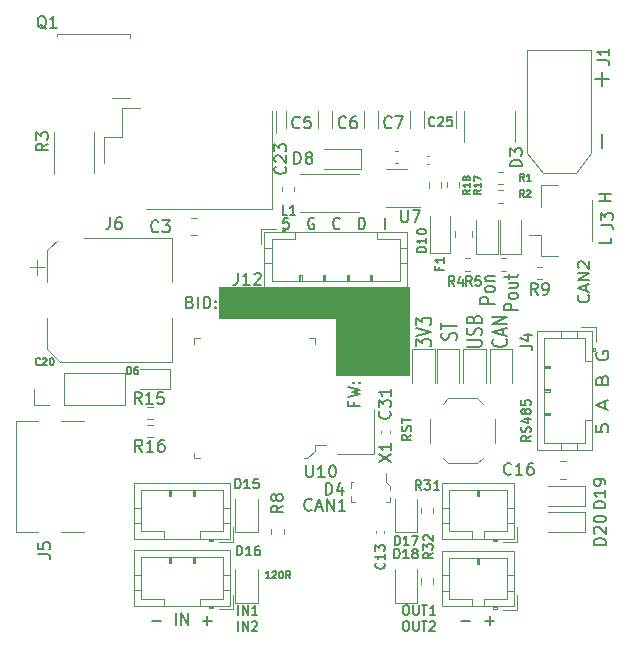
<source format=gbr>
%TF.GenerationSoftware,KiCad,Pcbnew,5.1.9-73d0e3b20d~88~ubuntu20.04.1*%
%TF.CreationDate,2021-04-18T22:18:41+08:00*%
%TF.ProjectId,AbsoluteEncoderBoard,4162736f-6c75-4746-9545-6e636f646572,rev?*%
%TF.SameCoordinates,Original*%
%TF.FileFunction,Legend,Top*%
%TF.FilePolarity,Positive*%
%FSLAX46Y46*%
G04 Gerber Fmt 4.6, Leading zero omitted, Abs format (unit mm)*
G04 Created by KiCad (PCBNEW 5.1.9-73d0e3b20d~88~ubuntu20.04.1) date 2021-04-18 22:18:41*
%MOMM*%
%LPD*%
G01*
G04 APERTURE LIST*
%ADD10C,0.150000*%
%ADD11C,0.100000*%
%ADD12C,0.200000*%
%ADD13C,0.120000*%
%ADD14C,3.200000*%
%ADD15R,0.300000X1.200000*%
%ADD16R,1.200000X0.300000*%
%ADD17O,1.200000X1.750000*%
%ADD18C,1.800000*%
%ADD19C,3.700000*%
%ADD20C,4.000000*%
%ADD21R,3.800000X3.800000*%
%ADD22C,1.700000*%
%ADD23R,0.600000X0.450000*%
%ADD24R,1.000000X1.000000*%
%ADD25R,1.560000X0.650000*%
%ADD26R,1.800000X2.900000*%
%ADD27R,2.300000X3.500000*%
%ADD28R,1.100000X1.300000*%
%ADD29R,1.700000X1.000000*%
%ADD30R,0.850000X0.500000*%
%ADD31O,1.700000X1.700000*%
%ADD32R,1.700000X1.700000*%
%ADD33R,1.450000X0.600000*%
%ADD34R,1.450000X0.300000*%
%ADD35O,2.100000X1.000000*%
%ADD36C,0.650000*%
%ADD37O,1.600000X1.000000*%
%ADD38O,1.750000X1.200000*%
%ADD39C,0.254000*%
%ADD40C,0.230000*%
G04 APERTURE END LIST*
D10*
X146994523Y-59342380D02*
X146589761Y-59342380D01*
X146549285Y-59818571D01*
X146589761Y-59770952D01*
X146670714Y-59723333D01*
X146873095Y-59723333D01*
X146954047Y-59770952D01*
X146994523Y-59818571D01*
X147035000Y-59913809D01*
X147035000Y-60151904D01*
X146994523Y-60247142D01*
X146954047Y-60294761D01*
X146873095Y-60342380D01*
X146670714Y-60342380D01*
X146589761Y-60294761D01*
X146549285Y-60247142D01*
X149139761Y-59390000D02*
X149058809Y-59342380D01*
X148937380Y-59342380D01*
X148815952Y-59390000D01*
X148735000Y-59485238D01*
X148694523Y-59580476D01*
X148654047Y-59770952D01*
X148654047Y-59913809D01*
X148694523Y-60104285D01*
X148735000Y-60199523D01*
X148815952Y-60294761D01*
X148937380Y-60342380D01*
X149018333Y-60342380D01*
X149139761Y-60294761D01*
X149180238Y-60247142D01*
X149180238Y-59913809D01*
X149018333Y-59913809D01*
X151325476Y-60247142D02*
X151285000Y-60294761D01*
X151163571Y-60342380D01*
X151082619Y-60342380D01*
X150961190Y-60294761D01*
X150880238Y-60199523D01*
X150839761Y-60104285D01*
X150799285Y-59913809D01*
X150799285Y-59770952D01*
X150839761Y-59580476D01*
X150880238Y-59485238D01*
X150961190Y-59390000D01*
X151082619Y-59342380D01*
X151163571Y-59342380D01*
X151285000Y-59390000D01*
X151325476Y-59437619D01*
X152985000Y-60342380D02*
X152985000Y-59342380D01*
X153187380Y-59342380D01*
X153308809Y-59390000D01*
X153389761Y-59485238D01*
X153430238Y-59580476D01*
X153470714Y-59770952D01*
X153470714Y-59913809D01*
X153430238Y-60104285D01*
X153389761Y-60199523D01*
X153308809Y-60294761D01*
X153187380Y-60342380D01*
X152985000Y-60342380D01*
X155130238Y-60342380D02*
X155130238Y-59342380D01*
X152553571Y-74966666D02*
X152553571Y-75300000D01*
X153077380Y-75300000D02*
X152077380Y-75300000D01*
X152077380Y-74823809D01*
X152077380Y-74538095D02*
X153077380Y-74300000D01*
X152363095Y-74109523D01*
X153077380Y-73919047D01*
X152077380Y-73680952D01*
X152982142Y-73300000D02*
X153029761Y-73252380D01*
X153077380Y-73300000D01*
X153029761Y-73347619D01*
X152982142Y-73300000D01*
X153077380Y-73300000D01*
X152458333Y-73300000D02*
X152505952Y-73252380D01*
X152553571Y-73300000D01*
X152505952Y-73347619D01*
X152458333Y-73300000D01*
X152553571Y-73300000D01*
X173072380Y-76900000D02*
X173072380Y-77471428D01*
X173548571Y-77528571D01*
X173500952Y-77471428D01*
X173453333Y-77357142D01*
X173453333Y-77071428D01*
X173500952Y-76957142D01*
X173548571Y-76900000D01*
X173643809Y-76842857D01*
X173881904Y-76842857D01*
X173977142Y-76900000D01*
X174024761Y-76957142D01*
X174072380Y-77071428D01*
X174072380Y-77357142D01*
X174024761Y-77471428D01*
X173977142Y-77528571D01*
X173786666Y-75471428D02*
X173786666Y-74900000D01*
X174072380Y-75585714D02*
X173072380Y-75185714D01*
X174072380Y-74785714D01*
X173548571Y-73071428D02*
X173596190Y-72900000D01*
X173643809Y-72842857D01*
X173739047Y-72785714D01*
X173881904Y-72785714D01*
X173977142Y-72842857D01*
X174024761Y-72900000D01*
X174072380Y-73014285D01*
X174072380Y-73471428D01*
X173072380Y-73471428D01*
X173072380Y-73071428D01*
X173120000Y-72957142D01*
X173167619Y-72900000D01*
X173262857Y-72842857D01*
X173358095Y-72842857D01*
X173453333Y-72900000D01*
X173500952Y-72957142D01*
X173548571Y-73071428D01*
X173548571Y-73471428D01*
X173120000Y-70728571D02*
X173072380Y-70842857D01*
X173072380Y-71014285D01*
X173120000Y-71185714D01*
X173215238Y-71300000D01*
X173310476Y-71357142D01*
X173500952Y-71414285D01*
X173643809Y-71414285D01*
X173834285Y-71357142D01*
X173929523Y-71300000D01*
X174024761Y-71185714D01*
X174072380Y-71014285D01*
X174072380Y-70900000D01*
X174024761Y-70728571D01*
X173977142Y-70671428D01*
X173643809Y-70671428D01*
X173643809Y-70900000D01*
X145400000Y-89871428D02*
X145057142Y-89871428D01*
X145228571Y-89871428D02*
X145228571Y-89271428D01*
X145171428Y-89357142D01*
X145114285Y-89414285D01*
X145057142Y-89442857D01*
X145628571Y-89328571D02*
X145657142Y-89300000D01*
X145714285Y-89271428D01*
X145857142Y-89271428D01*
X145914285Y-89300000D01*
X145942857Y-89328571D01*
X145971428Y-89385714D01*
X145971428Y-89442857D01*
X145942857Y-89528571D01*
X145600000Y-89871428D01*
X145971428Y-89871428D01*
X146342857Y-89271428D02*
X146400000Y-89271428D01*
X146457142Y-89300000D01*
X146485714Y-89328571D01*
X146514285Y-89385714D01*
X146542857Y-89500000D01*
X146542857Y-89642857D01*
X146514285Y-89757142D01*
X146485714Y-89814285D01*
X146457142Y-89842857D01*
X146400000Y-89871428D01*
X146342857Y-89871428D01*
X146285714Y-89842857D01*
X146257142Y-89814285D01*
X146228571Y-89757142D01*
X146200000Y-89642857D01*
X146200000Y-89500000D01*
X146228571Y-89385714D01*
X146257142Y-89328571D01*
X146285714Y-89300000D01*
X146342857Y-89271428D01*
X147142857Y-89871428D02*
X146942857Y-89585714D01*
X146800000Y-89871428D02*
X146800000Y-89271428D01*
X147028571Y-89271428D01*
X147085714Y-89300000D01*
X147114285Y-89328571D01*
X147142857Y-89385714D01*
X147142857Y-89471428D01*
X147114285Y-89528571D01*
X147085714Y-89557142D01*
X147028571Y-89585714D01*
X146800000Y-89585714D01*
X156869047Y-92161904D02*
X157021428Y-92161904D01*
X157097619Y-92200000D01*
X157173809Y-92276190D01*
X157211904Y-92428571D01*
X157211904Y-92695238D01*
X157173809Y-92847619D01*
X157097619Y-92923809D01*
X157021428Y-92961904D01*
X156869047Y-92961904D01*
X156792857Y-92923809D01*
X156716666Y-92847619D01*
X156678571Y-92695238D01*
X156678571Y-92428571D01*
X156716666Y-92276190D01*
X156792857Y-92200000D01*
X156869047Y-92161904D01*
X157554761Y-92161904D02*
X157554761Y-92809523D01*
X157592857Y-92885714D01*
X157630952Y-92923809D01*
X157707142Y-92961904D01*
X157859523Y-92961904D01*
X157935714Y-92923809D01*
X157973809Y-92885714D01*
X158011904Y-92809523D01*
X158011904Y-92161904D01*
X158278571Y-92161904D02*
X158735714Y-92161904D01*
X158507142Y-92961904D02*
X158507142Y-92161904D01*
X159421428Y-92961904D02*
X158964285Y-92961904D01*
X159192857Y-92961904D02*
X159192857Y-92161904D01*
X159116666Y-92276190D01*
X159040476Y-92352380D01*
X158964285Y-92390476D01*
X156869047Y-93511904D02*
X157021428Y-93511904D01*
X157097619Y-93550000D01*
X157173809Y-93626190D01*
X157211904Y-93778571D01*
X157211904Y-94045238D01*
X157173809Y-94197619D01*
X157097619Y-94273809D01*
X157021428Y-94311904D01*
X156869047Y-94311904D01*
X156792857Y-94273809D01*
X156716666Y-94197619D01*
X156678571Y-94045238D01*
X156678571Y-93778571D01*
X156716666Y-93626190D01*
X156792857Y-93550000D01*
X156869047Y-93511904D01*
X157554761Y-93511904D02*
X157554761Y-94159523D01*
X157592857Y-94235714D01*
X157630952Y-94273809D01*
X157707142Y-94311904D01*
X157859523Y-94311904D01*
X157935714Y-94273809D01*
X157973809Y-94235714D01*
X158011904Y-94159523D01*
X158011904Y-93511904D01*
X158278571Y-93511904D02*
X158735714Y-93511904D01*
X158507142Y-94311904D02*
X158507142Y-93511904D01*
X158964285Y-93588095D02*
X159002380Y-93550000D01*
X159078571Y-93511904D01*
X159269047Y-93511904D01*
X159345238Y-93550000D01*
X159383333Y-93588095D01*
X159421428Y-93664285D01*
X159421428Y-93740476D01*
X159383333Y-93854761D01*
X158926190Y-94311904D01*
X159421428Y-94311904D01*
X138670238Y-66503571D02*
X138813095Y-66551190D01*
X138860714Y-66598809D01*
X138908333Y-66694047D01*
X138908333Y-66836904D01*
X138860714Y-66932142D01*
X138813095Y-66979761D01*
X138717857Y-67027380D01*
X138336904Y-67027380D01*
X138336904Y-66027380D01*
X138670238Y-66027380D01*
X138765476Y-66075000D01*
X138813095Y-66122619D01*
X138860714Y-66217857D01*
X138860714Y-66313095D01*
X138813095Y-66408333D01*
X138765476Y-66455952D01*
X138670238Y-66503571D01*
X138336904Y-66503571D01*
X139336904Y-67027380D02*
X139336904Y-66027380D01*
X139813095Y-67027380D02*
X139813095Y-66027380D01*
X140051190Y-66027380D01*
X140194047Y-66075000D01*
X140289285Y-66170238D01*
X140336904Y-66265476D01*
X140384523Y-66455952D01*
X140384523Y-66598809D01*
X140336904Y-66789285D01*
X140289285Y-66884523D01*
X140194047Y-66979761D01*
X140051190Y-67027380D01*
X139813095Y-67027380D01*
X140813095Y-66932142D02*
X140860714Y-66979761D01*
X140813095Y-67027380D01*
X140765476Y-66979761D01*
X140813095Y-66932142D01*
X140813095Y-67027380D01*
X140813095Y-66408333D02*
X140860714Y-66455952D01*
X140813095Y-66503571D01*
X140765476Y-66455952D01*
X140813095Y-66408333D01*
X140813095Y-66503571D01*
D11*
G36*
X151000000Y-67800000D02*
G01*
X141125000Y-67800000D01*
X141125000Y-65175000D01*
X151000000Y-65175000D01*
X151000000Y-67800000D01*
G37*
X151000000Y-67800000D02*
X141125000Y-67800000D01*
X141125000Y-65175000D01*
X151000000Y-65175000D01*
X151000000Y-67800000D01*
G36*
X157180000Y-72625000D02*
G01*
X151000000Y-72625000D01*
X151000000Y-65175000D01*
X157180000Y-65175000D01*
X157180000Y-72625000D01*
G37*
X157180000Y-72625000D02*
X151000000Y-72625000D01*
X151000000Y-65175000D01*
X157180000Y-65175000D01*
X157180000Y-72625000D01*
D10*
X148955952Y-84057142D02*
X148908333Y-84104761D01*
X148765476Y-84152380D01*
X148670238Y-84152380D01*
X148527380Y-84104761D01*
X148432142Y-84009523D01*
X148384523Y-83914285D01*
X148336904Y-83723809D01*
X148336904Y-83580952D01*
X148384523Y-83390476D01*
X148432142Y-83295238D01*
X148527380Y-83200000D01*
X148670238Y-83152380D01*
X148765476Y-83152380D01*
X148908333Y-83200000D01*
X148955952Y-83247619D01*
X149336904Y-83866666D02*
X149813095Y-83866666D01*
X149241666Y-84152380D02*
X149575000Y-83152380D01*
X149908333Y-84152380D01*
X150241666Y-84152380D02*
X150241666Y-83152380D01*
X150813095Y-84152380D01*
X150813095Y-83152380D01*
X151813095Y-84152380D02*
X151241666Y-84152380D01*
X151527380Y-84152380D02*
X151527380Y-83152380D01*
X151432142Y-83295238D01*
X151336904Y-83390476D01*
X151241666Y-83438095D01*
X167501904Y-77796190D02*
X167120952Y-78062857D01*
X167501904Y-78253333D02*
X166701904Y-78253333D01*
X166701904Y-77948571D01*
X166740000Y-77872380D01*
X166778095Y-77834285D01*
X166854285Y-77796190D01*
X166968571Y-77796190D01*
X167044761Y-77834285D01*
X167082857Y-77872380D01*
X167120952Y-77948571D01*
X167120952Y-78253333D01*
X167463809Y-77491428D02*
X167501904Y-77377142D01*
X167501904Y-77186666D01*
X167463809Y-77110476D01*
X167425714Y-77072380D01*
X167349523Y-77034285D01*
X167273333Y-77034285D01*
X167197142Y-77072380D01*
X167159047Y-77110476D01*
X167120952Y-77186666D01*
X167082857Y-77339047D01*
X167044761Y-77415238D01*
X167006666Y-77453333D01*
X166930476Y-77491428D01*
X166854285Y-77491428D01*
X166778095Y-77453333D01*
X166740000Y-77415238D01*
X166701904Y-77339047D01*
X166701904Y-77148571D01*
X166740000Y-77034285D01*
X166968571Y-76348571D02*
X167501904Y-76348571D01*
X166663809Y-76539047D02*
X167235238Y-76729523D01*
X167235238Y-76234285D01*
X167044761Y-75815238D02*
X167006666Y-75891428D01*
X166968571Y-75929523D01*
X166892380Y-75967619D01*
X166854285Y-75967619D01*
X166778095Y-75929523D01*
X166740000Y-75891428D01*
X166701904Y-75815238D01*
X166701904Y-75662857D01*
X166740000Y-75586666D01*
X166778095Y-75548571D01*
X166854285Y-75510476D01*
X166892380Y-75510476D01*
X166968571Y-75548571D01*
X167006666Y-75586666D01*
X167044761Y-75662857D01*
X167044761Y-75815238D01*
X167082857Y-75891428D01*
X167120952Y-75929523D01*
X167197142Y-75967619D01*
X167349523Y-75967619D01*
X167425714Y-75929523D01*
X167463809Y-75891428D01*
X167501904Y-75815238D01*
X167501904Y-75662857D01*
X167463809Y-75586666D01*
X167425714Y-75548571D01*
X167349523Y-75510476D01*
X167197142Y-75510476D01*
X167120952Y-75548571D01*
X167082857Y-75586666D01*
X167044761Y-75662857D01*
X166701904Y-74786666D02*
X166701904Y-75167619D01*
X167082857Y-75205714D01*
X167044761Y-75167619D01*
X167006666Y-75091428D01*
X167006666Y-74900952D01*
X167044761Y-74824761D01*
X167082857Y-74786666D01*
X167159047Y-74748571D01*
X167349523Y-74748571D01*
X167425714Y-74786666D01*
X167463809Y-74824761D01*
X167501904Y-74900952D01*
X167501904Y-75091428D01*
X167463809Y-75167619D01*
X167425714Y-75205714D01*
X172382142Y-65894047D02*
X172429761Y-65941666D01*
X172477380Y-66084523D01*
X172477380Y-66179761D01*
X172429761Y-66322619D01*
X172334523Y-66417857D01*
X172239285Y-66465476D01*
X172048809Y-66513095D01*
X171905952Y-66513095D01*
X171715476Y-66465476D01*
X171620238Y-66417857D01*
X171525000Y-66322619D01*
X171477380Y-66179761D01*
X171477380Y-66084523D01*
X171525000Y-65941666D01*
X171572619Y-65894047D01*
X172191666Y-65513095D02*
X172191666Y-65036904D01*
X172477380Y-65608333D02*
X171477380Y-65275000D01*
X172477380Y-64941666D01*
X172477380Y-64608333D02*
X171477380Y-64608333D01*
X172477380Y-64036904D01*
X171477380Y-64036904D01*
X171572619Y-63608333D02*
X171525000Y-63560714D01*
X171477380Y-63465476D01*
X171477380Y-63227380D01*
X171525000Y-63132142D01*
X171572619Y-63084523D01*
X171667857Y-63036904D01*
X171763095Y-63036904D01*
X171905952Y-63084523D01*
X172477380Y-63655952D01*
X172477380Y-63036904D01*
X157371904Y-77728095D02*
X156990952Y-77994761D01*
X157371904Y-78185238D02*
X156571904Y-78185238D01*
X156571904Y-77880476D01*
X156610000Y-77804285D01*
X156648095Y-77766190D01*
X156724285Y-77728095D01*
X156838571Y-77728095D01*
X156914761Y-77766190D01*
X156952857Y-77804285D01*
X156990952Y-77880476D01*
X156990952Y-78185238D01*
X157333809Y-77423333D02*
X157371904Y-77309047D01*
X157371904Y-77118571D01*
X157333809Y-77042380D01*
X157295714Y-77004285D01*
X157219523Y-76966190D01*
X157143333Y-76966190D01*
X157067142Y-77004285D01*
X157029047Y-77042380D01*
X156990952Y-77118571D01*
X156952857Y-77270952D01*
X156914761Y-77347142D01*
X156876666Y-77385238D01*
X156800476Y-77423333D01*
X156724285Y-77423333D01*
X156648095Y-77385238D01*
X156610000Y-77347142D01*
X156571904Y-77270952D01*
X156571904Y-77080476D01*
X156610000Y-76966190D01*
X156571904Y-76737619D02*
X156571904Y-76280476D01*
X157371904Y-76509047D02*
X156571904Y-76509047D01*
X135451190Y-93451428D02*
X136213095Y-93451428D01*
X137451190Y-93832380D02*
X137451190Y-92832380D01*
X137927380Y-93832380D02*
X137927380Y-92832380D01*
X138498809Y-93832380D01*
X138498809Y-92832380D01*
X139736904Y-93451428D02*
X140498809Y-93451428D01*
X140117857Y-93832380D02*
X140117857Y-93070476D01*
X161644047Y-93451428D02*
X162405952Y-93451428D01*
X163644047Y-93451428D02*
X164405952Y-93451428D01*
X164025000Y-93832380D02*
X164025000Y-93070476D01*
X142725000Y-92961904D02*
X142725000Y-92161904D01*
X143105952Y-92961904D02*
X143105952Y-92161904D01*
X143563095Y-92961904D01*
X143563095Y-92161904D01*
X144363095Y-92961904D02*
X143905952Y-92961904D01*
X144134523Y-92961904D02*
X144134523Y-92161904D01*
X144058333Y-92276190D01*
X143982142Y-92352380D01*
X143905952Y-92390476D01*
X142725000Y-94311904D02*
X142725000Y-93511904D01*
X143105952Y-94311904D02*
X143105952Y-93511904D01*
X143563095Y-94311904D01*
X143563095Y-93511904D01*
X143905952Y-93588095D02*
X143944047Y-93550000D01*
X144020238Y-93511904D01*
X144210714Y-93511904D01*
X144286904Y-93550000D01*
X144325000Y-93588095D01*
X144363095Y-93664285D01*
X144363095Y-93740476D01*
X144325000Y-93854761D01*
X143867857Y-94311904D01*
X144363095Y-94311904D01*
D12*
X164442857Y-66611428D02*
X163242857Y-66611428D01*
X163242857Y-66230476D01*
X163300000Y-66135238D01*
X163357142Y-66087619D01*
X163471428Y-66040000D01*
X163642857Y-66040000D01*
X163757142Y-66087619D01*
X163814285Y-66135238D01*
X163871428Y-66230476D01*
X163871428Y-66611428D01*
X164442857Y-65468571D02*
X164385714Y-65563809D01*
X164328571Y-65611428D01*
X164214285Y-65659047D01*
X163871428Y-65659047D01*
X163757142Y-65611428D01*
X163700000Y-65563809D01*
X163642857Y-65468571D01*
X163642857Y-65325714D01*
X163700000Y-65230476D01*
X163757142Y-65182857D01*
X163871428Y-65135238D01*
X164214285Y-65135238D01*
X164328571Y-65182857D01*
X164385714Y-65230476D01*
X164442857Y-65325714D01*
X164442857Y-65468571D01*
X163642857Y-64706666D02*
X164442857Y-64706666D01*
X163757142Y-64706666D02*
X163700000Y-64659047D01*
X163642857Y-64563809D01*
X163642857Y-64420952D01*
X163700000Y-64325714D01*
X163814285Y-64278095D01*
X164442857Y-64278095D01*
X166442857Y-67182857D02*
X165242857Y-67182857D01*
X165242857Y-66801904D01*
X165300000Y-66706666D01*
X165357142Y-66659047D01*
X165471428Y-66611428D01*
X165642857Y-66611428D01*
X165757142Y-66659047D01*
X165814285Y-66706666D01*
X165871428Y-66801904D01*
X165871428Y-67182857D01*
X166442857Y-66040000D02*
X166385714Y-66135238D01*
X166328571Y-66182857D01*
X166214285Y-66230476D01*
X165871428Y-66230476D01*
X165757142Y-66182857D01*
X165700000Y-66135238D01*
X165642857Y-66040000D01*
X165642857Y-65897142D01*
X165700000Y-65801904D01*
X165757142Y-65754285D01*
X165871428Y-65706666D01*
X166214285Y-65706666D01*
X166328571Y-65754285D01*
X166385714Y-65801904D01*
X166442857Y-65897142D01*
X166442857Y-66040000D01*
X165642857Y-64849523D02*
X166442857Y-64849523D01*
X165642857Y-65278095D02*
X166271428Y-65278095D01*
X166385714Y-65230476D01*
X166442857Y-65135238D01*
X166442857Y-64992380D01*
X166385714Y-64897142D01*
X166328571Y-64849523D01*
X165642857Y-64516190D02*
X165642857Y-64135238D01*
X165242857Y-64373333D02*
X166271428Y-64373333D01*
X166385714Y-64325714D01*
X166442857Y-64230476D01*
X166442857Y-64135238D01*
X157783095Y-70238095D02*
X157783095Y-69619047D01*
X158278333Y-69952380D01*
X158278333Y-69809523D01*
X158340238Y-69714285D01*
X158402142Y-69666666D01*
X158525952Y-69619047D01*
X158835476Y-69619047D01*
X158959285Y-69666666D01*
X159021190Y-69714285D01*
X159083095Y-69809523D01*
X159083095Y-70095238D01*
X159021190Y-70190476D01*
X158959285Y-70238095D01*
X157783095Y-69333333D02*
X159083095Y-69000000D01*
X157783095Y-68666666D01*
X157783095Y-68428571D02*
X157783095Y-67809523D01*
X158278333Y-68142857D01*
X158278333Y-68000000D01*
X158340238Y-67904761D01*
X158402142Y-67857142D01*
X158525952Y-67809523D01*
X158835476Y-67809523D01*
X158959285Y-67857142D01*
X159021190Y-67904761D01*
X159083095Y-68000000D01*
X159083095Y-68285714D01*
X159021190Y-68380952D01*
X158959285Y-68428571D01*
X161171190Y-69666666D02*
X161233095Y-69523809D01*
X161233095Y-69285714D01*
X161171190Y-69190476D01*
X161109285Y-69142857D01*
X160985476Y-69095238D01*
X160861666Y-69095238D01*
X160737857Y-69142857D01*
X160675952Y-69190476D01*
X160614047Y-69285714D01*
X160552142Y-69476190D01*
X160490238Y-69571428D01*
X160428333Y-69619047D01*
X160304523Y-69666666D01*
X160180714Y-69666666D01*
X160056904Y-69619047D01*
X159995000Y-69571428D01*
X159933095Y-69476190D01*
X159933095Y-69238095D01*
X159995000Y-69095238D01*
X159933095Y-68809523D02*
X159933095Y-68238095D01*
X161233095Y-68523809D02*
X159933095Y-68523809D01*
X162083095Y-70261904D02*
X163135476Y-70261904D01*
X163259285Y-70214285D01*
X163321190Y-70166666D01*
X163383095Y-70071428D01*
X163383095Y-69880952D01*
X163321190Y-69785714D01*
X163259285Y-69738095D01*
X163135476Y-69690476D01*
X162083095Y-69690476D01*
X163321190Y-69261904D02*
X163383095Y-69119047D01*
X163383095Y-68880952D01*
X163321190Y-68785714D01*
X163259285Y-68738095D01*
X163135476Y-68690476D01*
X163011666Y-68690476D01*
X162887857Y-68738095D01*
X162825952Y-68785714D01*
X162764047Y-68880952D01*
X162702142Y-69071428D01*
X162640238Y-69166666D01*
X162578333Y-69214285D01*
X162454523Y-69261904D01*
X162330714Y-69261904D01*
X162206904Y-69214285D01*
X162145000Y-69166666D01*
X162083095Y-69071428D01*
X162083095Y-68833333D01*
X162145000Y-68690476D01*
X162702142Y-67928571D02*
X162764047Y-67785714D01*
X162825952Y-67738095D01*
X162949761Y-67690476D01*
X163135476Y-67690476D01*
X163259285Y-67738095D01*
X163321190Y-67785714D01*
X163383095Y-67880952D01*
X163383095Y-68261904D01*
X162083095Y-68261904D01*
X162083095Y-67928571D01*
X162145000Y-67833333D01*
X162206904Y-67785714D01*
X162330714Y-67738095D01*
X162454523Y-67738095D01*
X162578333Y-67785714D01*
X162640238Y-67833333D01*
X162702142Y-67928571D01*
X162702142Y-68261904D01*
X165409285Y-69642857D02*
X165471190Y-69690476D01*
X165533095Y-69833333D01*
X165533095Y-69928571D01*
X165471190Y-70071428D01*
X165347380Y-70166666D01*
X165223571Y-70214285D01*
X164975952Y-70261904D01*
X164790238Y-70261904D01*
X164542619Y-70214285D01*
X164418809Y-70166666D01*
X164295000Y-70071428D01*
X164233095Y-69928571D01*
X164233095Y-69833333D01*
X164295000Y-69690476D01*
X164356904Y-69642857D01*
X165161666Y-69261904D02*
X165161666Y-68785714D01*
X165533095Y-69357142D02*
X164233095Y-69023809D01*
X165533095Y-68690476D01*
X165533095Y-68357142D02*
X164233095Y-68357142D01*
X165533095Y-67785714D01*
X164233095Y-67785714D01*
D10*
X174302380Y-57935714D02*
X173302380Y-57935714D01*
X173778571Y-57935714D02*
X173778571Y-57364285D01*
X174302380Y-57364285D02*
X173302380Y-57364285D01*
X174302380Y-61040476D02*
X174302380Y-61516666D01*
X173302380Y-61516666D01*
D13*
X146602500Y-85662742D02*
X146602500Y-86137258D01*
X145557500Y-85662742D02*
X145557500Y-86137258D01*
D11*
X148300000Y-79725000D02*
X148600000Y-79725000D01*
X148600000Y-79725000D02*
X149200000Y-79125000D01*
X149200000Y-79125000D02*
X149200000Y-78625000D01*
X149200000Y-78625000D02*
X150200000Y-78625000D01*
X149200000Y-69525000D02*
X149200000Y-70025000D01*
X149200000Y-69525000D02*
X148700000Y-69525000D01*
X139000000Y-79725000D02*
X139500000Y-79725000D01*
X139000000Y-79725000D02*
X139000000Y-79225000D01*
X139000000Y-69525000D02*
X139500000Y-69525000D01*
X139000000Y-69525000D02*
X139000000Y-70025000D01*
D13*
X166085000Y-86510000D02*
X166085000Y-81790000D01*
X166085000Y-81790000D02*
X159965000Y-81790000D01*
X159965000Y-81790000D02*
X159965000Y-86510000D01*
X159965000Y-86510000D02*
X166085000Y-86510000D01*
X164325000Y-86510000D02*
X164325000Y-86710000D01*
X164325000Y-86710000D02*
X164625000Y-86710000D01*
X164625000Y-86710000D02*
X164625000Y-86510000D01*
X164325000Y-86610000D02*
X164625000Y-86610000D01*
X163525000Y-86510000D02*
X163525000Y-85900000D01*
X163525000Y-85900000D02*
X165475000Y-85900000D01*
X165475000Y-85900000D02*
X165475000Y-82400000D01*
X165475000Y-82400000D02*
X160575000Y-82400000D01*
X160575000Y-82400000D02*
X160575000Y-85900000D01*
X160575000Y-85900000D02*
X162525000Y-85900000D01*
X162525000Y-85900000D02*
X162525000Y-86510000D01*
X166085000Y-85200000D02*
X165475000Y-85200000D01*
X166085000Y-83900000D02*
X165475000Y-83900000D01*
X159965000Y-85200000D02*
X160575000Y-85200000D01*
X159965000Y-83900000D02*
X160575000Y-83900000D01*
X163125000Y-82400000D02*
X163125000Y-82900000D01*
X163125000Y-82900000D02*
X162925000Y-82900000D01*
X162925000Y-82900000D02*
X162925000Y-82400000D01*
X163025000Y-82400000D02*
X163025000Y-82900000D01*
X165135000Y-86810000D02*
X166385000Y-86810000D01*
X166385000Y-86810000D02*
X166385000Y-85560000D01*
X144650000Y-60280000D02*
X144650000Y-61530000D01*
X145900000Y-60280000D02*
X144650000Y-60280000D01*
X154010000Y-64690000D02*
X154010000Y-64190000D01*
X154110000Y-64190000D02*
X154110000Y-64690000D01*
X153910000Y-64190000D02*
X154110000Y-64190000D01*
X153910000Y-64690000D02*
X153910000Y-64190000D01*
X152010000Y-64690000D02*
X152010000Y-64190000D01*
X152110000Y-64190000D02*
X152110000Y-64690000D01*
X151910000Y-64190000D02*
X152110000Y-64190000D01*
X151910000Y-64690000D02*
X151910000Y-64190000D01*
X150010000Y-64690000D02*
X150010000Y-64190000D01*
X150110000Y-64190000D02*
X150110000Y-64690000D01*
X149910000Y-64190000D02*
X150110000Y-64190000D01*
X149910000Y-64690000D02*
X149910000Y-64190000D01*
X148010000Y-64690000D02*
X148010000Y-64190000D01*
X148110000Y-64190000D02*
X148110000Y-64690000D01*
X147910000Y-64190000D02*
X148110000Y-64190000D01*
X147910000Y-64690000D02*
X147910000Y-64190000D01*
X157070000Y-63190000D02*
X156460000Y-63190000D01*
X157070000Y-61890000D02*
X156460000Y-61890000D01*
X144950000Y-63190000D02*
X145560000Y-63190000D01*
X144950000Y-61890000D02*
X145560000Y-61890000D01*
X154510000Y-61190000D02*
X154510000Y-60580000D01*
X156460000Y-61190000D02*
X154510000Y-61190000D01*
X156460000Y-64690000D02*
X156460000Y-61190000D01*
X145560000Y-64690000D02*
X156460000Y-64690000D01*
X145560000Y-61190000D02*
X145560000Y-64690000D01*
X147510000Y-61190000D02*
X145560000Y-61190000D01*
X147510000Y-60580000D02*
X147510000Y-61190000D01*
X146710000Y-60480000D02*
X146410000Y-60480000D01*
X146410000Y-60380000D02*
X146410000Y-60580000D01*
X146710000Y-60380000D02*
X146410000Y-60380000D01*
X146710000Y-60580000D02*
X146710000Y-60380000D01*
X157070000Y-60580000D02*
X144950000Y-60580000D01*
X157070000Y-65300000D02*
X157070000Y-60580000D01*
X144950000Y-65300000D02*
X157070000Y-65300000D01*
X144950000Y-60580000D02*
X144950000Y-65300000D01*
X145640000Y-54340000D02*
X145640000Y-50055000D01*
X145640000Y-50055000D02*
X132940000Y-50055000D01*
X132940000Y-50055000D02*
X132940000Y-52530000D01*
X132940000Y-52530000D02*
X131390000Y-52530000D01*
X131390000Y-52530000D02*
X131390000Y-54340000D01*
X145640000Y-54340000D02*
X145640000Y-58625000D01*
X145640000Y-58625000D02*
X134910000Y-58625000D01*
X132940000Y-56660000D02*
X132940000Y-56150000D01*
X132940000Y-56150000D02*
X131390000Y-56150000D01*
X131390000Y-56150000D02*
X131390000Y-54340000D01*
X143530000Y-49755000D02*
X145940000Y-49755000D01*
X145940000Y-49755000D02*
X145940000Y-52165000D01*
X138768748Y-59355000D02*
X139291252Y-59355000D01*
X138768748Y-60825000D02*
X139291252Y-60825000D01*
X167216000Y-53842000D02*
X167216000Y-45122000D01*
X167216000Y-45122000D02*
X172636000Y-45122000D01*
X172636000Y-53842000D02*
X172636000Y-45122000D01*
X168516000Y-55542000D02*
X167216000Y-53842000D01*
X171336000Y-55542000D02*
X172636000Y-53842000D01*
X168516000Y-55542000D02*
X171336000Y-55542000D01*
X136950000Y-73850000D02*
X134400000Y-73850000D01*
X136950000Y-72150000D02*
X134400000Y-72150000D01*
X136950000Y-73850000D02*
X136950000Y-72150000D01*
X155585000Y-77582836D02*
X155585000Y-77367164D01*
X154865000Y-77582836D02*
X154865000Y-77367164D01*
X158692164Y-54835000D02*
X158907836Y-54835000D01*
X158692164Y-54115000D02*
X158907836Y-54115000D01*
X154390000Y-85842164D02*
X154390000Y-86057836D01*
X155110000Y-85842164D02*
X155110000Y-86057836D01*
X158950000Y-62350000D02*
X160650000Y-62350000D01*
X160650000Y-62350000D02*
X160650000Y-59200000D01*
X158950000Y-62350000D02*
X158950000Y-59200000D01*
X153150000Y-55200000D02*
X153150000Y-53500000D01*
X153150000Y-53500000D02*
X150000000Y-53500000D01*
X153150000Y-55200000D02*
X150000000Y-55200000D01*
X172660000Y-61315000D02*
X172660000Y-57885000D01*
X168390000Y-56615000D02*
X168390000Y-58415000D01*
X169840000Y-56615000D02*
X168390000Y-56615000D01*
X168390000Y-60785000D02*
X167400000Y-60785000D01*
X168390000Y-62585000D02*
X168390000Y-60785000D01*
X169840000Y-62585000D02*
X168390000Y-62585000D01*
X165437258Y-63822500D02*
X164962742Y-63822500D01*
X165437258Y-62777500D02*
X164962742Y-62777500D01*
X164890000Y-59550000D02*
X164890000Y-62435000D01*
X164890000Y-62435000D02*
X166710000Y-62435000D01*
X166710000Y-62435000D02*
X166710000Y-59550000D01*
X161912742Y-62777500D02*
X162387258Y-62777500D01*
X161912742Y-63822500D02*
X162387258Y-63822500D01*
X162890000Y-59550000D02*
X162890000Y-62435000D01*
X162890000Y-62435000D02*
X164710000Y-62435000D01*
X164710000Y-62435000D02*
X164710000Y-59550000D01*
X137110000Y-71560000D02*
X137110000Y-67810000D01*
X137110000Y-61040000D02*
X137110000Y-64790000D01*
X127654437Y-61040000D02*
X137110000Y-61040000D01*
X127654437Y-71560000D02*
X137110000Y-71560000D01*
X126590000Y-70495563D02*
X126590000Y-67810000D01*
X126590000Y-62104437D02*
X126590000Y-64790000D01*
X126590000Y-62104437D02*
X127654437Y-61040000D01*
X126590000Y-70495563D02*
X127654437Y-71560000D01*
X125100000Y-63540000D02*
X126350000Y-63540000D01*
X125725000Y-62915000D02*
X125725000Y-64165000D01*
X155215840Y-58475480D02*
X158165840Y-58475480D01*
X157015840Y-55255480D02*
X155215840Y-55255480D01*
X159897160Y-56792858D02*
X159897160Y-56318342D01*
X158852160Y-56792858D02*
X158852160Y-56318342D01*
X160427500Y-56312742D02*
X160427500Y-56787258D01*
X161472500Y-56312742D02*
X161472500Y-56787258D01*
X164703542Y-58067100D02*
X165178058Y-58067100D01*
X164703542Y-57022100D02*
X165178058Y-57022100D01*
X164703542Y-56492300D02*
X165178058Y-56492300D01*
X164703542Y-55447300D02*
X165178058Y-55447300D01*
X153004700Y-55639860D02*
X148004700Y-55639860D01*
X153004700Y-58839860D02*
X148004700Y-58839860D01*
X166150000Y-45600000D02*
X166150000Y-52900000D01*
X161850000Y-45600000D02*
X161850000Y-52900000D01*
X166150000Y-45600000D02*
X161850000Y-45600000D01*
X146443780Y-56781780D02*
X146443780Y-57062940D01*
X147463780Y-56781780D02*
X147463780Y-57062940D01*
X155975260Y-54716100D02*
X156256420Y-54716100D01*
X155975260Y-53696100D02*
X156256420Y-53696100D01*
X161160000Y-50288748D02*
X161160000Y-51711252D01*
X158440000Y-50288748D02*
X158440000Y-51711252D01*
X157272500Y-50288748D02*
X157272500Y-51711252D01*
X154552500Y-50288748D02*
X154552500Y-51711252D01*
X153385000Y-50288748D02*
X153385000Y-51711252D01*
X150665000Y-50288748D02*
X150665000Y-51711252D01*
X151075000Y-79325000D02*
X154225000Y-79325000D01*
X154225000Y-79325000D02*
X154225000Y-75525000D01*
X163440000Y-75090000D02*
X162990000Y-74640000D01*
X160040000Y-75090000D02*
X160490000Y-74640000D01*
X160040000Y-79690000D02*
X160490000Y-80140000D01*
X163440000Y-79690000D02*
X162990000Y-80140000D01*
X158990000Y-78390000D02*
X158990000Y-76390000D01*
X162990000Y-74640000D02*
X160490000Y-74640000D01*
X164490000Y-78390000D02*
X164490000Y-76390000D01*
X162990000Y-80140000D02*
X160490000Y-80140000D01*
X158227500Y-90339758D02*
X158227500Y-89865242D01*
X159272500Y-90339758D02*
X159272500Y-89865242D01*
X158227500Y-84387258D02*
X158227500Y-83912742D01*
X159272500Y-84387258D02*
X159272500Y-83912742D01*
X135487258Y-77922500D02*
X135012742Y-77922500D01*
X135487258Y-76877500D02*
X135012742Y-76877500D01*
X135487258Y-76397500D02*
X135012742Y-76397500D01*
X135487258Y-75352500D02*
X135012742Y-75352500D01*
X168487258Y-64522500D02*
X168012742Y-64522500D01*
X168487258Y-63477500D02*
X168012742Y-63477500D01*
X127144200Y-55669464D02*
X127144200Y-51315336D01*
X130564200Y-55669464D02*
X130564200Y-51315336D01*
X127440000Y-43815000D02*
X133560000Y-43815000D01*
X127440000Y-49185000D02*
X133560000Y-49185000D01*
X133560000Y-44165000D02*
X133560000Y-43815000D01*
X127440000Y-44115000D02*
X127440000Y-43815000D01*
X127440000Y-48885000D02*
X127440000Y-49185000D01*
X166085000Y-92247400D02*
X166085000Y-87527400D01*
X166085000Y-87527400D02*
X159965000Y-87527400D01*
X159965000Y-87527400D02*
X159965000Y-92247400D01*
X159965000Y-92247400D02*
X166085000Y-92247400D01*
X164325000Y-92247400D02*
X164325000Y-92447400D01*
X164325000Y-92447400D02*
X164625000Y-92447400D01*
X164625000Y-92447400D02*
X164625000Y-92247400D01*
X164325000Y-92347400D02*
X164625000Y-92347400D01*
X163525000Y-92247400D02*
X163525000Y-91637400D01*
X163525000Y-91637400D02*
X165475000Y-91637400D01*
X165475000Y-91637400D02*
X165475000Y-88137400D01*
X165475000Y-88137400D02*
X160575000Y-88137400D01*
X160575000Y-88137400D02*
X160575000Y-91637400D01*
X160575000Y-91637400D02*
X162525000Y-91637400D01*
X162525000Y-91637400D02*
X162525000Y-92247400D01*
X166085000Y-90937400D02*
X165475000Y-90937400D01*
X166085000Y-89637400D02*
X165475000Y-89637400D01*
X159965000Y-90937400D02*
X160575000Y-90937400D01*
X159965000Y-89637400D02*
X160575000Y-89637400D01*
X163125000Y-88137400D02*
X163125000Y-88637400D01*
X163125000Y-88637400D02*
X162925000Y-88637400D01*
X162925000Y-88637400D02*
X162925000Y-88137400D01*
X163025000Y-88137400D02*
X163025000Y-88637400D01*
X165135000Y-92547400D02*
X166385000Y-92547400D01*
X166385000Y-92547400D02*
X166385000Y-91297400D01*
X142035000Y-92210000D02*
X142035000Y-87490000D01*
X142035000Y-87490000D02*
X133915000Y-87490000D01*
X133915000Y-87490000D02*
X133915000Y-92210000D01*
X133915000Y-92210000D02*
X142035000Y-92210000D01*
X140275000Y-92210000D02*
X140275000Y-92410000D01*
X140275000Y-92410000D02*
X140575000Y-92410000D01*
X140575000Y-92410000D02*
X140575000Y-92210000D01*
X140275000Y-92310000D02*
X140575000Y-92310000D01*
X139475000Y-92210000D02*
X139475000Y-91600000D01*
X139475000Y-91600000D02*
X141425000Y-91600000D01*
X141425000Y-91600000D02*
X141425000Y-88100000D01*
X141425000Y-88100000D02*
X134525000Y-88100000D01*
X134525000Y-88100000D02*
X134525000Y-91600000D01*
X134525000Y-91600000D02*
X136475000Y-91600000D01*
X136475000Y-91600000D02*
X136475000Y-92210000D01*
X142035000Y-90900000D02*
X141425000Y-90900000D01*
X142035000Y-89600000D02*
X141425000Y-89600000D01*
X133915000Y-90900000D02*
X134525000Y-90900000D01*
X133915000Y-89600000D02*
X134525000Y-89600000D01*
X139075000Y-88100000D02*
X139075000Y-88600000D01*
X139075000Y-88600000D02*
X138875000Y-88600000D01*
X138875000Y-88600000D02*
X138875000Y-88100000D01*
X138975000Y-88100000D02*
X138975000Y-88600000D01*
X137075000Y-88100000D02*
X137075000Y-88600000D01*
X137075000Y-88600000D02*
X136875000Y-88600000D01*
X136875000Y-88600000D02*
X136875000Y-88100000D01*
X136975000Y-88100000D02*
X136975000Y-88600000D01*
X141085000Y-92510000D02*
X142335000Y-92510000D01*
X142335000Y-92510000D02*
X142335000Y-91260000D01*
X142035000Y-86510000D02*
X142035000Y-81790000D01*
X142035000Y-81790000D02*
X133915000Y-81790000D01*
X133915000Y-81790000D02*
X133915000Y-86510000D01*
X133915000Y-86510000D02*
X142035000Y-86510000D01*
X140275000Y-86510000D02*
X140275000Y-86710000D01*
X140275000Y-86710000D02*
X140575000Y-86710000D01*
X140575000Y-86710000D02*
X140575000Y-86510000D01*
X140275000Y-86610000D02*
X140575000Y-86610000D01*
X139475000Y-86510000D02*
X139475000Y-85900000D01*
X139475000Y-85900000D02*
X141425000Y-85900000D01*
X141425000Y-85900000D02*
X141425000Y-82400000D01*
X141425000Y-82400000D02*
X134525000Y-82400000D01*
X134525000Y-82400000D02*
X134525000Y-85900000D01*
X134525000Y-85900000D02*
X136475000Y-85900000D01*
X136475000Y-85900000D02*
X136475000Y-86510000D01*
X142035000Y-85200000D02*
X141425000Y-85200000D01*
X142035000Y-83900000D02*
X141425000Y-83900000D01*
X133915000Y-85200000D02*
X134525000Y-85200000D01*
X133915000Y-83900000D02*
X134525000Y-83900000D01*
X139075000Y-82400000D02*
X139075000Y-82900000D01*
X139075000Y-82900000D02*
X138875000Y-82900000D01*
X138875000Y-82900000D02*
X138875000Y-82400000D01*
X138975000Y-82400000D02*
X138975000Y-82900000D01*
X137075000Y-82400000D02*
X137075000Y-82900000D01*
X137075000Y-82900000D02*
X136875000Y-82900000D01*
X136875000Y-82900000D02*
X136875000Y-82400000D01*
X136975000Y-82400000D02*
X136975000Y-82900000D01*
X141085000Y-86810000D02*
X142335000Y-86810000D01*
X142335000Y-86810000D02*
X142335000Y-85560000D01*
X133170000Y-75180000D02*
X133170000Y-72520000D01*
X128030000Y-75180000D02*
X133170000Y-75180000D01*
X128030000Y-72520000D02*
X133170000Y-72520000D01*
X128030000Y-75180000D02*
X128030000Y-72520000D01*
X126760000Y-75180000D02*
X125430000Y-75180000D01*
X125430000Y-75180000D02*
X125430000Y-73850000D01*
X125800000Y-76525000D02*
X123900000Y-76525000D01*
X129700000Y-76525000D02*
X127700000Y-76525000D01*
X125800000Y-85925000D02*
X123900000Y-85925000D01*
X129700000Y-85925000D02*
X127700000Y-85925000D01*
X123900000Y-76525000D02*
X123900000Y-85925000D01*
X172720000Y-68910000D02*
X168000000Y-68910000D01*
X168000000Y-68910000D02*
X168000000Y-79030000D01*
X168000000Y-79030000D02*
X172720000Y-79030000D01*
X172720000Y-79030000D02*
X172720000Y-68910000D01*
X172720000Y-70670000D02*
X172920000Y-70670000D01*
X172920000Y-70670000D02*
X172920000Y-70370000D01*
X172920000Y-70370000D02*
X172720000Y-70370000D01*
X172820000Y-70670000D02*
X172820000Y-70370000D01*
X172720000Y-71470000D02*
X172110000Y-71470000D01*
X172110000Y-71470000D02*
X172110000Y-69520000D01*
X172110000Y-69520000D02*
X168610000Y-69520000D01*
X168610000Y-69520000D02*
X168610000Y-78420000D01*
X168610000Y-78420000D02*
X172110000Y-78420000D01*
X172110000Y-78420000D02*
X172110000Y-76470000D01*
X172110000Y-76470000D02*
X172720000Y-76470000D01*
X171410000Y-68910000D02*
X171410000Y-69520000D01*
X170110000Y-68910000D02*
X170110000Y-69520000D01*
X171410000Y-79030000D02*
X171410000Y-78420000D01*
X170110000Y-79030000D02*
X170110000Y-78420000D01*
X168610000Y-71870000D02*
X169110000Y-71870000D01*
X169110000Y-71870000D02*
X169110000Y-72070000D01*
X169110000Y-72070000D02*
X168610000Y-72070000D01*
X168610000Y-71970000D02*
X169110000Y-71970000D01*
X168610000Y-73870000D02*
X169110000Y-73870000D01*
X169110000Y-73870000D02*
X169110000Y-74070000D01*
X169110000Y-74070000D02*
X168610000Y-74070000D01*
X168610000Y-73970000D02*
X169110000Y-73970000D01*
X168610000Y-75870000D02*
X169110000Y-75870000D01*
X169110000Y-75870000D02*
X169110000Y-76070000D01*
X169110000Y-76070000D02*
X168610000Y-76070000D01*
X168610000Y-75970000D02*
X169110000Y-75970000D01*
X173020000Y-69860000D02*
X173020000Y-68610000D01*
X173020000Y-68610000D02*
X171770000Y-68610000D01*
X162538300Y-60490562D02*
X162538300Y-61007718D01*
X161118300Y-60490562D02*
X161118300Y-61007718D01*
X172140000Y-85930000D02*
X172140000Y-84230000D01*
X172140000Y-84230000D02*
X168990000Y-84230000D01*
X172140000Y-85930000D02*
X168990000Y-85930000D01*
X172140000Y-83770000D02*
X172140000Y-82070000D01*
X172140000Y-82070000D02*
X168990000Y-82070000D01*
X172140000Y-83770000D02*
X168990000Y-83770000D01*
X155980000Y-89080000D02*
X155980000Y-91940000D01*
X155980000Y-91940000D02*
X157900000Y-91940000D01*
X157900000Y-91940000D02*
X157900000Y-89080000D01*
X155980000Y-83127500D02*
X155980000Y-85987500D01*
X155980000Y-85987500D02*
X157900000Y-85987500D01*
X157900000Y-85987500D02*
X157900000Y-83127500D01*
X142490000Y-89080000D02*
X142490000Y-91940000D01*
X142490000Y-91940000D02*
X144410000Y-91940000D01*
X144410000Y-91940000D02*
X144410000Y-89080000D01*
X142490000Y-83125000D02*
X142490000Y-85985000D01*
X142490000Y-85985000D02*
X144410000Y-85985000D01*
X144410000Y-85985000D02*
X144410000Y-83125000D01*
X165940000Y-73330000D02*
X165940000Y-70470000D01*
X165940000Y-70470000D02*
X164020000Y-70470000D01*
X164020000Y-70470000D02*
X164020000Y-73330000D01*
X163706666Y-73330000D02*
X163706666Y-70470000D01*
X163706666Y-70470000D02*
X161786666Y-70470000D01*
X161786666Y-70470000D02*
X161786666Y-73330000D01*
X161473333Y-73330000D02*
X161473333Y-70470000D01*
X161473333Y-70470000D02*
X159553333Y-70470000D01*
X159553333Y-70470000D02*
X159553333Y-73330000D01*
X159400000Y-73330000D02*
X159400000Y-70470000D01*
X159400000Y-70470000D02*
X157480000Y-70470000D01*
X157480000Y-70470000D02*
X157480000Y-73330000D01*
D11*
X155550000Y-82375000D02*
X155550000Y-82100000D01*
X155550000Y-82100000D02*
X155275000Y-81725000D01*
X155275000Y-81725000D02*
X155225000Y-81725000D01*
X155225000Y-81725000D02*
X155225000Y-80950000D01*
X152250000Y-82200000D02*
X152250000Y-81725000D01*
X152250000Y-81725000D02*
X152600000Y-81725000D01*
X152475000Y-83375000D02*
X152600000Y-83375000D01*
X152550000Y-83375000D02*
X152250000Y-83375000D01*
X152250000Y-83375000D02*
X152250000Y-82925000D01*
X155550000Y-83000000D02*
X155550000Y-83375000D01*
X155550000Y-83375000D02*
X155250000Y-83375000D01*
D13*
X170511252Y-81445000D02*
X169988748Y-81445000D01*
X170511252Y-79975000D02*
X169988748Y-79975000D01*
X149497500Y-50288748D02*
X149497500Y-51711252D01*
X146777500Y-50288748D02*
X146777500Y-51711252D01*
D10*
X146532380Y-83716666D02*
X146056190Y-84050000D01*
X146532380Y-84288095D02*
X145532380Y-84288095D01*
X145532380Y-83907142D01*
X145580000Y-83811904D01*
X145627619Y-83764285D01*
X145722857Y-83716666D01*
X145865714Y-83716666D01*
X145960952Y-83764285D01*
X146008571Y-83811904D01*
X146056190Y-83907142D01*
X146056190Y-84288095D01*
X145960952Y-83145238D02*
X145913333Y-83240476D01*
X145865714Y-83288095D01*
X145770476Y-83335714D01*
X145722857Y-83335714D01*
X145627619Y-83288095D01*
X145580000Y-83240476D01*
X145532380Y-83145238D01*
X145532380Y-82954761D01*
X145580000Y-82859523D01*
X145627619Y-82811904D01*
X145722857Y-82764285D01*
X145770476Y-82764285D01*
X145865714Y-82811904D01*
X145913333Y-82859523D01*
X145960952Y-82954761D01*
X145960952Y-83145238D01*
X146008571Y-83240476D01*
X146056190Y-83288095D01*
X146151428Y-83335714D01*
X146341904Y-83335714D01*
X146437142Y-83288095D01*
X146484761Y-83240476D01*
X146532380Y-83145238D01*
X146532380Y-82954761D01*
X146484761Y-82859523D01*
X146437142Y-82811904D01*
X146341904Y-82764285D01*
X146151428Y-82764285D01*
X146056190Y-82811904D01*
X146008571Y-82859523D01*
X145960952Y-82954761D01*
X148486904Y-80302380D02*
X148486904Y-81111904D01*
X148534523Y-81207142D01*
X148582142Y-81254761D01*
X148677380Y-81302380D01*
X148867857Y-81302380D01*
X148963095Y-81254761D01*
X149010714Y-81207142D01*
X149058333Y-81111904D01*
X149058333Y-80302380D01*
X150058333Y-81302380D02*
X149486904Y-81302380D01*
X149772619Y-81302380D02*
X149772619Y-80302380D01*
X149677380Y-80445238D01*
X149582142Y-80540476D01*
X149486904Y-80588095D01*
X150677380Y-80302380D02*
X150772619Y-80302380D01*
X150867857Y-80350000D01*
X150915476Y-80397619D01*
X150963095Y-80492857D01*
X151010714Y-80683333D01*
X151010714Y-80921428D01*
X150963095Y-81111904D01*
X150915476Y-81207142D01*
X150867857Y-81254761D01*
X150772619Y-81302380D01*
X150677380Y-81302380D01*
X150582142Y-81254761D01*
X150534523Y-81207142D01*
X150486904Y-81111904D01*
X150439285Y-80921428D01*
X150439285Y-80683333D01*
X150486904Y-80492857D01*
X150534523Y-80397619D01*
X150582142Y-80350000D01*
X150677380Y-80302380D01*
X142720476Y-64022380D02*
X142720476Y-64736666D01*
X142672857Y-64879523D01*
X142577619Y-64974761D01*
X142434761Y-65022380D01*
X142339523Y-65022380D01*
X143720476Y-65022380D02*
X143149047Y-65022380D01*
X143434761Y-65022380D02*
X143434761Y-64022380D01*
X143339523Y-64165238D01*
X143244285Y-64260476D01*
X143149047Y-64308095D01*
X144101428Y-64117619D02*
X144149047Y-64070000D01*
X144244285Y-64022380D01*
X144482380Y-64022380D01*
X144577619Y-64070000D01*
X144625238Y-64117619D01*
X144672857Y-64212857D01*
X144672857Y-64308095D01*
X144625238Y-64450952D01*
X144053809Y-65022380D01*
X144672857Y-65022380D01*
X131886666Y-59312380D02*
X131886666Y-60026666D01*
X131839047Y-60169523D01*
X131743809Y-60264761D01*
X131600952Y-60312380D01*
X131505714Y-60312380D01*
X132791428Y-59312380D02*
X132600952Y-59312380D01*
X132505714Y-59360000D01*
X132458095Y-59407619D01*
X132362857Y-59550476D01*
X132315238Y-59740952D01*
X132315238Y-60121904D01*
X132362857Y-60217142D01*
X132410476Y-60264761D01*
X132505714Y-60312380D01*
X132696190Y-60312380D01*
X132791428Y-60264761D01*
X132839047Y-60217142D01*
X132886666Y-60121904D01*
X132886666Y-59883809D01*
X132839047Y-59788571D01*
X132791428Y-59740952D01*
X132696190Y-59693333D01*
X132505714Y-59693333D01*
X132410476Y-59740952D01*
X132362857Y-59788571D01*
X132315238Y-59883809D01*
X135983333Y-60477142D02*
X135935714Y-60524761D01*
X135792857Y-60572380D01*
X135697619Y-60572380D01*
X135554761Y-60524761D01*
X135459523Y-60429523D01*
X135411904Y-60334285D01*
X135364285Y-60143809D01*
X135364285Y-60000952D01*
X135411904Y-59810476D01*
X135459523Y-59715238D01*
X135554761Y-59620000D01*
X135697619Y-59572380D01*
X135792857Y-59572380D01*
X135935714Y-59620000D01*
X135983333Y-59667619D01*
X136316666Y-59572380D02*
X136935714Y-59572380D01*
X136602380Y-59953333D01*
X136745238Y-59953333D01*
X136840476Y-60000952D01*
X136888095Y-60048571D01*
X136935714Y-60143809D01*
X136935714Y-60381904D01*
X136888095Y-60477142D01*
X136840476Y-60524761D01*
X136745238Y-60572380D01*
X136459523Y-60572380D01*
X136364285Y-60524761D01*
X136316666Y-60477142D01*
X173152380Y-46033333D02*
X173866666Y-46033333D01*
X174009523Y-46080952D01*
X174104761Y-46176190D01*
X174152380Y-46319047D01*
X174152380Y-46414285D01*
X174152380Y-45033333D02*
X174152380Y-45604761D01*
X174152380Y-45319047D02*
X173152380Y-45319047D01*
X173295238Y-45414285D01*
X173390476Y-45509523D01*
X173438095Y-45604761D01*
X173533142Y-53403428D02*
X173533142Y-52260571D01*
X173533142Y-48153428D02*
X173533142Y-47010571D01*
X174104571Y-47582000D02*
X172961714Y-47582000D01*
X133357142Y-72571428D02*
X133357142Y-71971428D01*
X133500000Y-71971428D01*
X133585714Y-72000000D01*
X133642857Y-72057142D01*
X133671428Y-72114285D01*
X133700000Y-72228571D01*
X133700000Y-72314285D01*
X133671428Y-72428571D01*
X133642857Y-72485714D01*
X133585714Y-72542857D01*
X133500000Y-72571428D01*
X133357142Y-72571428D01*
X134214285Y-71971428D02*
X134100000Y-71971428D01*
X134042857Y-72000000D01*
X134014285Y-72028571D01*
X133957142Y-72114285D01*
X133928571Y-72228571D01*
X133928571Y-72457142D01*
X133957142Y-72514285D01*
X133985714Y-72542857D01*
X134042857Y-72571428D01*
X134157142Y-72571428D01*
X134214285Y-72542857D01*
X134242857Y-72514285D01*
X134271428Y-72457142D01*
X134271428Y-72314285D01*
X134242857Y-72257142D01*
X134214285Y-72228571D01*
X134157142Y-72200000D01*
X134042857Y-72200000D01*
X133985714Y-72228571D01*
X133957142Y-72257142D01*
X133928571Y-72314285D01*
X155557142Y-75742857D02*
X155604761Y-75790476D01*
X155652380Y-75933333D01*
X155652380Y-76028571D01*
X155604761Y-76171428D01*
X155509523Y-76266666D01*
X155414285Y-76314285D01*
X155223809Y-76361904D01*
X155080952Y-76361904D01*
X154890476Y-76314285D01*
X154795238Y-76266666D01*
X154700000Y-76171428D01*
X154652380Y-76028571D01*
X154652380Y-75933333D01*
X154700000Y-75790476D01*
X154747619Y-75742857D01*
X154652380Y-75409523D02*
X154652380Y-74790476D01*
X155033333Y-75123809D01*
X155033333Y-74980952D01*
X155080952Y-74885714D01*
X155128571Y-74838095D01*
X155223809Y-74790476D01*
X155461904Y-74790476D01*
X155557142Y-74838095D01*
X155604761Y-74885714D01*
X155652380Y-74980952D01*
X155652380Y-75266666D01*
X155604761Y-75361904D01*
X155557142Y-75409523D01*
X155652380Y-73838095D02*
X155652380Y-74409523D01*
X155652380Y-74123809D02*
X154652380Y-74123809D01*
X154795238Y-74219047D01*
X154890476Y-74314285D01*
X154938095Y-74409523D01*
X159355714Y-51515714D02*
X159317619Y-51553809D01*
X159203333Y-51591904D01*
X159127142Y-51591904D01*
X159012857Y-51553809D01*
X158936666Y-51477619D01*
X158898571Y-51401428D01*
X158860476Y-51249047D01*
X158860476Y-51134761D01*
X158898571Y-50982380D01*
X158936666Y-50906190D01*
X159012857Y-50830000D01*
X159127142Y-50791904D01*
X159203333Y-50791904D01*
X159317619Y-50830000D01*
X159355714Y-50868095D01*
X159660476Y-50868095D02*
X159698571Y-50830000D01*
X159774761Y-50791904D01*
X159965238Y-50791904D01*
X160041428Y-50830000D01*
X160079523Y-50868095D01*
X160117619Y-50944285D01*
X160117619Y-51020476D01*
X160079523Y-51134761D01*
X159622380Y-51591904D01*
X160117619Y-51591904D01*
X160841428Y-50791904D02*
X160460476Y-50791904D01*
X160422380Y-51172857D01*
X160460476Y-51134761D01*
X160536666Y-51096666D01*
X160727142Y-51096666D01*
X160803333Y-51134761D01*
X160841428Y-51172857D01*
X160879523Y-51249047D01*
X160879523Y-51439523D01*
X160841428Y-51515714D01*
X160803333Y-51553809D01*
X160727142Y-51591904D01*
X160536666Y-51591904D01*
X160460476Y-51553809D01*
X160422380Y-51515714D01*
X155085714Y-88564285D02*
X155123809Y-88602380D01*
X155161904Y-88716666D01*
X155161904Y-88792857D01*
X155123809Y-88907142D01*
X155047619Y-88983333D01*
X154971428Y-89021428D01*
X154819047Y-89059523D01*
X154704761Y-89059523D01*
X154552380Y-89021428D01*
X154476190Y-88983333D01*
X154400000Y-88907142D01*
X154361904Y-88792857D01*
X154361904Y-88716666D01*
X154400000Y-88602380D01*
X154438095Y-88564285D01*
X155161904Y-87802380D02*
X155161904Y-88259523D01*
X155161904Y-88030952D02*
X154361904Y-88030952D01*
X154476190Y-88107142D01*
X154552380Y-88183333D01*
X154590476Y-88259523D01*
X154361904Y-87535714D02*
X154361904Y-87040476D01*
X154666666Y-87307142D01*
X154666666Y-87192857D01*
X154704761Y-87116666D01*
X154742857Y-87078571D01*
X154819047Y-87040476D01*
X155009523Y-87040476D01*
X155085714Y-87078571D01*
X155123809Y-87116666D01*
X155161904Y-87192857D01*
X155161904Y-87421428D01*
X155123809Y-87497619D01*
X155085714Y-87535714D01*
X158661904Y-62281428D02*
X157861904Y-62281428D01*
X157861904Y-62090952D01*
X157900000Y-61976666D01*
X157976190Y-61900476D01*
X158052380Y-61862380D01*
X158204761Y-61824285D01*
X158319047Y-61824285D01*
X158471428Y-61862380D01*
X158547619Y-61900476D01*
X158623809Y-61976666D01*
X158661904Y-62090952D01*
X158661904Y-62281428D01*
X158661904Y-61062380D02*
X158661904Y-61519523D01*
X158661904Y-61290952D02*
X157861904Y-61290952D01*
X157976190Y-61367142D01*
X158052380Y-61443333D01*
X158090476Y-61519523D01*
X157861904Y-60567142D02*
X157861904Y-60490952D01*
X157900000Y-60414761D01*
X157938095Y-60376666D01*
X158014285Y-60338571D01*
X158166666Y-60300476D01*
X158357142Y-60300476D01*
X158509523Y-60338571D01*
X158585714Y-60376666D01*
X158623809Y-60414761D01*
X158661904Y-60490952D01*
X158661904Y-60567142D01*
X158623809Y-60643333D01*
X158585714Y-60681428D01*
X158509523Y-60719523D01*
X158357142Y-60757619D01*
X158166666Y-60757619D01*
X158014285Y-60719523D01*
X157938095Y-60681428D01*
X157900000Y-60643333D01*
X157861904Y-60567142D01*
X147486904Y-54802380D02*
X147486904Y-53802380D01*
X147725000Y-53802380D01*
X147867857Y-53850000D01*
X147963095Y-53945238D01*
X148010714Y-54040476D01*
X148058333Y-54230952D01*
X148058333Y-54373809D01*
X148010714Y-54564285D01*
X147963095Y-54659523D01*
X147867857Y-54754761D01*
X147725000Y-54802380D01*
X147486904Y-54802380D01*
X148629761Y-54230952D02*
X148534523Y-54183333D01*
X148486904Y-54135714D01*
X148439285Y-54040476D01*
X148439285Y-53992857D01*
X148486904Y-53897619D01*
X148534523Y-53850000D01*
X148629761Y-53802380D01*
X148820238Y-53802380D01*
X148915476Y-53850000D01*
X148963095Y-53897619D01*
X149010714Y-53992857D01*
X149010714Y-54040476D01*
X148963095Y-54135714D01*
X148915476Y-54183333D01*
X148820238Y-54230952D01*
X148629761Y-54230952D01*
X148534523Y-54278571D01*
X148486904Y-54326190D01*
X148439285Y-54421428D01*
X148439285Y-54611904D01*
X148486904Y-54707142D01*
X148534523Y-54754761D01*
X148629761Y-54802380D01*
X148820238Y-54802380D01*
X148915476Y-54754761D01*
X148963095Y-54707142D01*
X149010714Y-54611904D01*
X149010714Y-54421428D01*
X148963095Y-54326190D01*
X148915476Y-54278571D01*
X148820238Y-54230952D01*
X173452380Y-59933333D02*
X174166666Y-59933333D01*
X174309523Y-59980952D01*
X174404761Y-60076190D01*
X174452380Y-60219047D01*
X174452380Y-60314285D01*
X173452380Y-59552380D02*
X173452380Y-58933333D01*
X173833333Y-59266666D01*
X173833333Y-59123809D01*
X173880952Y-59028571D01*
X173928571Y-58980952D01*
X174023809Y-58933333D01*
X174261904Y-58933333D01*
X174357142Y-58980952D01*
X174404761Y-59028571D01*
X174452380Y-59123809D01*
X174452380Y-59409523D01*
X174404761Y-59504761D01*
X174357142Y-59552380D01*
X162516666Y-65101904D02*
X162250000Y-64720952D01*
X162059523Y-65101904D02*
X162059523Y-64301904D01*
X162364285Y-64301904D01*
X162440476Y-64340000D01*
X162478571Y-64378095D01*
X162516666Y-64454285D01*
X162516666Y-64568571D01*
X162478571Y-64644761D01*
X162440476Y-64682857D01*
X162364285Y-64720952D01*
X162059523Y-64720952D01*
X163240476Y-64301904D02*
X162859523Y-64301904D01*
X162821428Y-64682857D01*
X162859523Y-64644761D01*
X162935714Y-64606666D01*
X163126190Y-64606666D01*
X163202380Y-64644761D01*
X163240476Y-64682857D01*
X163278571Y-64759047D01*
X163278571Y-64949523D01*
X163240476Y-65025714D01*
X163202380Y-65063809D01*
X163126190Y-65101904D01*
X162935714Y-65101904D01*
X162859523Y-65063809D01*
X162821428Y-65025714D01*
X161046666Y-65101904D02*
X160780000Y-64720952D01*
X160589523Y-65101904D02*
X160589523Y-64301904D01*
X160894285Y-64301904D01*
X160970476Y-64340000D01*
X161008571Y-64378095D01*
X161046666Y-64454285D01*
X161046666Y-64568571D01*
X161008571Y-64644761D01*
X160970476Y-64682857D01*
X160894285Y-64720952D01*
X160589523Y-64720952D01*
X161732380Y-64568571D02*
X161732380Y-65101904D01*
X161541904Y-64263809D02*
X161351428Y-64835238D01*
X161846666Y-64835238D01*
X125964285Y-71764285D02*
X125935714Y-71792857D01*
X125850000Y-71821428D01*
X125792857Y-71821428D01*
X125707142Y-71792857D01*
X125650000Y-71735714D01*
X125621428Y-71678571D01*
X125592857Y-71564285D01*
X125592857Y-71478571D01*
X125621428Y-71364285D01*
X125650000Y-71307142D01*
X125707142Y-71250000D01*
X125792857Y-71221428D01*
X125850000Y-71221428D01*
X125935714Y-71250000D01*
X125964285Y-71278571D01*
X126192857Y-71278571D02*
X126221428Y-71250000D01*
X126278571Y-71221428D01*
X126421428Y-71221428D01*
X126478571Y-71250000D01*
X126507142Y-71278571D01*
X126535714Y-71335714D01*
X126535714Y-71392857D01*
X126507142Y-71478571D01*
X126164285Y-71821428D01*
X126535714Y-71821428D01*
X126907142Y-71221428D02*
X126964285Y-71221428D01*
X127021428Y-71250000D01*
X127050000Y-71278571D01*
X127078571Y-71335714D01*
X127107142Y-71450000D01*
X127107142Y-71592857D01*
X127078571Y-71707142D01*
X127050000Y-71764285D01*
X127021428Y-71792857D01*
X126964285Y-71821428D01*
X126907142Y-71821428D01*
X126850000Y-71792857D01*
X126821428Y-71764285D01*
X126792857Y-71707142D01*
X126764285Y-71592857D01*
X126764285Y-71450000D01*
X126792857Y-71335714D01*
X126821428Y-71278571D01*
X126850000Y-71250000D01*
X126907142Y-71221428D01*
X156548095Y-58732380D02*
X156548095Y-59541904D01*
X156595714Y-59637142D01*
X156643333Y-59684761D01*
X156738571Y-59732380D01*
X156929047Y-59732380D01*
X157024285Y-59684761D01*
X157071904Y-59637142D01*
X157119523Y-59541904D01*
X157119523Y-58732380D01*
X157500476Y-58732380D02*
X158167142Y-58732380D01*
X157738571Y-59732380D01*
X162371428Y-56985714D02*
X162085714Y-57185714D01*
X162371428Y-57328571D02*
X161771428Y-57328571D01*
X161771428Y-57100000D01*
X161800000Y-57042857D01*
X161828571Y-57014285D01*
X161885714Y-56985714D01*
X161971428Y-56985714D01*
X162028571Y-57014285D01*
X162057142Y-57042857D01*
X162085714Y-57100000D01*
X162085714Y-57328571D01*
X162371428Y-56414285D02*
X162371428Y-56757142D01*
X162371428Y-56585714D02*
X161771428Y-56585714D01*
X161857142Y-56642857D01*
X161914285Y-56700000D01*
X161942857Y-56757142D01*
X162028571Y-56071428D02*
X162000000Y-56128571D01*
X161971428Y-56157142D01*
X161914285Y-56185714D01*
X161885714Y-56185714D01*
X161828571Y-56157142D01*
X161800000Y-56128571D01*
X161771428Y-56071428D01*
X161771428Y-55957142D01*
X161800000Y-55900000D01*
X161828571Y-55871428D01*
X161885714Y-55842857D01*
X161914285Y-55842857D01*
X161971428Y-55871428D01*
X162000000Y-55900000D01*
X162028571Y-55957142D01*
X162028571Y-56071428D01*
X162057142Y-56128571D01*
X162085714Y-56157142D01*
X162142857Y-56185714D01*
X162257142Y-56185714D01*
X162314285Y-56157142D01*
X162342857Y-56128571D01*
X162371428Y-56071428D01*
X162371428Y-55957142D01*
X162342857Y-55900000D01*
X162314285Y-55871428D01*
X162257142Y-55842857D01*
X162142857Y-55842857D01*
X162085714Y-55871428D01*
X162057142Y-55900000D01*
X162028571Y-55957142D01*
X163271428Y-56985714D02*
X162985714Y-57185714D01*
X163271428Y-57328571D02*
X162671428Y-57328571D01*
X162671428Y-57100000D01*
X162700000Y-57042857D01*
X162728571Y-57014285D01*
X162785714Y-56985714D01*
X162871428Y-56985714D01*
X162928571Y-57014285D01*
X162957142Y-57042857D01*
X162985714Y-57100000D01*
X162985714Y-57328571D01*
X163271428Y-56414285D02*
X163271428Y-56757142D01*
X163271428Y-56585714D02*
X162671428Y-56585714D01*
X162757142Y-56642857D01*
X162814285Y-56700000D01*
X162842857Y-56757142D01*
X162671428Y-56214285D02*
X162671428Y-55814285D01*
X163271428Y-56071428D01*
X166940000Y-57601428D02*
X166740000Y-57315714D01*
X166597142Y-57601428D02*
X166597142Y-57001428D01*
X166825714Y-57001428D01*
X166882857Y-57030000D01*
X166911428Y-57058571D01*
X166940000Y-57115714D01*
X166940000Y-57201428D01*
X166911428Y-57258571D01*
X166882857Y-57287142D01*
X166825714Y-57315714D01*
X166597142Y-57315714D01*
X167168571Y-57058571D02*
X167197142Y-57030000D01*
X167254285Y-57001428D01*
X167397142Y-57001428D01*
X167454285Y-57030000D01*
X167482857Y-57058571D01*
X167511428Y-57115714D01*
X167511428Y-57172857D01*
X167482857Y-57258571D01*
X167140000Y-57601428D01*
X167511428Y-57601428D01*
X166950000Y-56221428D02*
X166750000Y-55935714D01*
X166607142Y-56221428D02*
X166607142Y-55621428D01*
X166835714Y-55621428D01*
X166892857Y-55650000D01*
X166921428Y-55678571D01*
X166950000Y-55735714D01*
X166950000Y-55821428D01*
X166921428Y-55878571D01*
X166892857Y-55907142D01*
X166835714Y-55935714D01*
X166607142Y-55935714D01*
X167521428Y-56221428D02*
X167178571Y-56221428D01*
X167350000Y-56221428D02*
X167350000Y-55621428D01*
X167292857Y-55707142D01*
X167235714Y-55764285D01*
X167178571Y-55792857D01*
X146896666Y-59081904D02*
X146515714Y-59081904D01*
X146515714Y-58281904D01*
X147582380Y-59081904D02*
X147125238Y-59081904D01*
X147353809Y-59081904D02*
X147353809Y-58281904D01*
X147277619Y-58396190D01*
X147201428Y-58472380D01*
X147125238Y-58510476D01*
X166762380Y-55008095D02*
X165762380Y-55008095D01*
X165762380Y-54770000D01*
X165810000Y-54627142D01*
X165905238Y-54531904D01*
X166000476Y-54484285D01*
X166190952Y-54436666D01*
X166333809Y-54436666D01*
X166524285Y-54484285D01*
X166619523Y-54531904D01*
X166714761Y-54627142D01*
X166762380Y-54770000D01*
X166762380Y-55008095D01*
X165762380Y-54103333D02*
X165762380Y-53484285D01*
X166143333Y-53817619D01*
X166143333Y-53674761D01*
X166190952Y-53579523D01*
X166238571Y-53531904D01*
X166333809Y-53484285D01*
X166571904Y-53484285D01*
X166667142Y-53531904D01*
X166714761Y-53579523D01*
X166762380Y-53674761D01*
X166762380Y-53960476D01*
X166714761Y-54055714D01*
X166667142Y-54103333D01*
X146717142Y-55012857D02*
X146764761Y-55060476D01*
X146812380Y-55203333D01*
X146812380Y-55298571D01*
X146764761Y-55441428D01*
X146669523Y-55536666D01*
X146574285Y-55584285D01*
X146383809Y-55631904D01*
X146240952Y-55631904D01*
X146050476Y-55584285D01*
X145955238Y-55536666D01*
X145860000Y-55441428D01*
X145812380Y-55298571D01*
X145812380Y-55203333D01*
X145860000Y-55060476D01*
X145907619Y-55012857D01*
X145907619Y-54631904D02*
X145860000Y-54584285D01*
X145812380Y-54489047D01*
X145812380Y-54250952D01*
X145860000Y-54155714D01*
X145907619Y-54108095D01*
X146002857Y-54060476D01*
X146098095Y-54060476D01*
X146240952Y-54108095D01*
X146812380Y-54679523D01*
X146812380Y-54060476D01*
X145812380Y-53727142D02*
X145812380Y-53108095D01*
X146193333Y-53441428D01*
X146193333Y-53298571D01*
X146240952Y-53203333D01*
X146288571Y-53155714D01*
X146383809Y-53108095D01*
X146621904Y-53108095D01*
X146717142Y-53155714D01*
X146764761Y-53203333D01*
X146812380Y-53298571D01*
X146812380Y-53584285D01*
X146764761Y-53679523D01*
X146717142Y-53727142D01*
X155723333Y-51677142D02*
X155675714Y-51724761D01*
X155532857Y-51772380D01*
X155437619Y-51772380D01*
X155294761Y-51724761D01*
X155199523Y-51629523D01*
X155151904Y-51534285D01*
X155104285Y-51343809D01*
X155104285Y-51200952D01*
X155151904Y-51010476D01*
X155199523Y-50915238D01*
X155294761Y-50820000D01*
X155437619Y-50772380D01*
X155532857Y-50772380D01*
X155675714Y-50820000D01*
X155723333Y-50867619D01*
X156056666Y-50772380D02*
X156723333Y-50772380D01*
X156294761Y-51772380D01*
X151853333Y-51677142D02*
X151805714Y-51724761D01*
X151662857Y-51772380D01*
X151567619Y-51772380D01*
X151424761Y-51724761D01*
X151329523Y-51629523D01*
X151281904Y-51534285D01*
X151234285Y-51343809D01*
X151234285Y-51200952D01*
X151281904Y-51010476D01*
X151329523Y-50915238D01*
X151424761Y-50820000D01*
X151567619Y-50772380D01*
X151662857Y-50772380D01*
X151805714Y-50820000D01*
X151853333Y-50867619D01*
X152710476Y-50772380D02*
X152520000Y-50772380D01*
X152424761Y-50820000D01*
X152377142Y-50867619D01*
X152281904Y-51010476D01*
X152234285Y-51200952D01*
X152234285Y-51581904D01*
X152281904Y-51677142D01*
X152329523Y-51724761D01*
X152424761Y-51772380D01*
X152615238Y-51772380D01*
X152710476Y-51724761D01*
X152758095Y-51677142D01*
X152805714Y-51581904D01*
X152805714Y-51343809D01*
X152758095Y-51248571D01*
X152710476Y-51200952D01*
X152615238Y-51153333D01*
X152424761Y-51153333D01*
X152329523Y-51200952D01*
X152281904Y-51248571D01*
X152234285Y-51343809D01*
X154702380Y-80009523D02*
X155702380Y-79342857D01*
X154702380Y-79342857D02*
X155702380Y-80009523D01*
X155702380Y-78438095D02*
X155702380Y-79009523D01*
X155702380Y-78723809D02*
X154702380Y-78723809D01*
X154845238Y-78819047D01*
X154940476Y-78914285D01*
X154988095Y-79009523D01*
X159211904Y-87714285D02*
X158830952Y-87980952D01*
X159211904Y-88171428D02*
X158411904Y-88171428D01*
X158411904Y-87866666D01*
X158450000Y-87790476D01*
X158488095Y-87752380D01*
X158564285Y-87714285D01*
X158678571Y-87714285D01*
X158754761Y-87752380D01*
X158792857Y-87790476D01*
X158830952Y-87866666D01*
X158830952Y-88171428D01*
X158411904Y-87447619D02*
X158411904Y-86952380D01*
X158716666Y-87219047D01*
X158716666Y-87104761D01*
X158754761Y-87028571D01*
X158792857Y-86990476D01*
X158869047Y-86952380D01*
X159059523Y-86952380D01*
X159135714Y-86990476D01*
X159173809Y-87028571D01*
X159211904Y-87104761D01*
X159211904Y-87333333D01*
X159173809Y-87409523D01*
X159135714Y-87447619D01*
X158488095Y-86647619D02*
X158450000Y-86609523D01*
X158411904Y-86533333D01*
X158411904Y-86342857D01*
X158450000Y-86266666D01*
X158488095Y-86228571D01*
X158564285Y-86190476D01*
X158640476Y-86190476D01*
X158754761Y-86228571D01*
X159211904Y-86685714D01*
X159211904Y-86190476D01*
X158235714Y-82386904D02*
X157969047Y-82005952D01*
X157778571Y-82386904D02*
X157778571Y-81586904D01*
X158083333Y-81586904D01*
X158159523Y-81625000D01*
X158197619Y-81663095D01*
X158235714Y-81739285D01*
X158235714Y-81853571D01*
X158197619Y-81929761D01*
X158159523Y-81967857D01*
X158083333Y-82005952D01*
X157778571Y-82005952D01*
X158502380Y-81586904D02*
X158997619Y-81586904D01*
X158730952Y-81891666D01*
X158845238Y-81891666D01*
X158921428Y-81929761D01*
X158959523Y-81967857D01*
X158997619Y-82044047D01*
X158997619Y-82234523D01*
X158959523Y-82310714D01*
X158921428Y-82348809D01*
X158845238Y-82386904D01*
X158616666Y-82386904D01*
X158540476Y-82348809D01*
X158502380Y-82310714D01*
X159759523Y-82386904D02*
X159302380Y-82386904D01*
X159530952Y-82386904D02*
X159530952Y-81586904D01*
X159454761Y-81701190D01*
X159378571Y-81777380D01*
X159302380Y-81815476D01*
X134607142Y-79152380D02*
X134273809Y-78676190D01*
X134035714Y-79152380D02*
X134035714Y-78152380D01*
X134416666Y-78152380D01*
X134511904Y-78200000D01*
X134559523Y-78247619D01*
X134607142Y-78342857D01*
X134607142Y-78485714D01*
X134559523Y-78580952D01*
X134511904Y-78628571D01*
X134416666Y-78676190D01*
X134035714Y-78676190D01*
X135559523Y-79152380D02*
X134988095Y-79152380D01*
X135273809Y-79152380D02*
X135273809Y-78152380D01*
X135178571Y-78295238D01*
X135083333Y-78390476D01*
X134988095Y-78438095D01*
X136416666Y-78152380D02*
X136226190Y-78152380D01*
X136130952Y-78200000D01*
X136083333Y-78247619D01*
X135988095Y-78390476D01*
X135940476Y-78580952D01*
X135940476Y-78961904D01*
X135988095Y-79057142D01*
X136035714Y-79104761D01*
X136130952Y-79152380D01*
X136321428Y-79152380D01*
X136416666Y-79104761D01*
X136464285Y-79057142D01*
X136511904Y-78961904D01*
X136511904Y-78723809D01*
X136464285Y-78628571D01*
X136416666Y-78580952D01*
X136321428Y-78533333D01*
X136130952Y-78533333D01*
X136035714Y-78580952D01*
X135988095Y-78628571D01*
X135940476Y-78723809D01*
X134557142Y-75102380D02*
X134223809Y-74626190D01*
X133985714Y-75102380D02*
X133985714Y-74102380D01*
X134366666Y-74102380D01*
X134461904Y-74150000D01*
X134509523Y-74197619D01*
X134557142Y-74292857D01*
X134557142Y-74435714D01*
X134509523Y-74530952D01*
X134461904Y-74578571D01*
X134366666Y-74626190D01*
X133985714Y-74626190D01*
X135509523Y-75102380D02*
X134938095Y-75102380D01*
X135223809Y-75102380D02*
X135223809Y-74102380D01*
X135128571Y-74245238D01*
X135033333Y-74340476D01*
X134938095Y-74388095D01*
X136414285Y-74102380D02*
X135938095Y-74102380D01*
X135890476Y-74578571D01*
X135938095Y-74530952D01*
X136033333Y-74483333D01*
X136271428Y-74483333D01*
X136366666Y-74530952D01*
X136414285Y-74578571D01*
X136461904Y-74673809D01*
X136461904Y-74911904D01*
X136414285Y-75007142D01*
X136366666Y-75054761D01*
X136271428Y-75102380D01*
X136033333Y-75102380D01*
X135938095Y-75054761D01*
X135890476Y-75007142D01*
X168083333Y-65882380D02*
X167750000Y-65406190D01*
X167511904Y-65882380D02*
X167511904Y-64882380D01*
X167892857Y-64882380D01*
X167988095Y-64930000D01*
X168035714Y-64977619D01*
X168083333Y-65072857D01*
X168083333Y-65215714D01*
X168035714Y-65310952D01*
X167988095Y-65358571D01*
X167892857Y-65406190D01*
X167511904Y-65406190D01*
X168559523Y-65882380D02*
X168750000Y-65882380D01*
X168845238Y-65834761D01*
X168892857Y-65787142D01*
X168988095Y-65644285D01*
X169035714Y-65453809D01*
X169035714Y-65072857D01*
X168988095Y-64977619D01*
X168940476Y-64930000D01*
X168845238Y-64882380D01*
X168654761Y-64882380D01*
X168559523Y-64930000D01*
X168511904Y-64977619D01*
X168464285Y-65072857D01*
X168464285Y-65310952D01*
X168511904Y-65406190D01*
X168559523Y-65453809D01*
X168654761Y-65501428D01*
X168845238Y-65501428D01*
X168940476Y-65453809D01*
X168988095Y-65406190D01*
X169035714Y-65310952D01*
X126627380Y-53066666D02*
X126151190Y-53400000D01*
X126627380Y-53638095D02*
X125627380Y-53638095D01*
X125627380Y-53257142D01*
X125675000Y-53161904D01*
X125722619Y-53114285D01*
X125817857Y-53066666D01*
X125960714Y-53066666D01*
X126055952Y-53114285D01*
X126103571Y-53161904D01*
X126151190Y-53257142D01*
X126151190Y-53638095D01*
X125627380Y-52733333D02*
X125627380Y-52114285D01*
X126008333Y-52447619D01*
X126008333Y-52304761D01*
X126055952Y-52209523D01*
X126103571Y-52161904D01*
X126198809Y-52114285D01*
X126436904Y-52114285D01*
X126532142Y-52161904D01*
X126579761Y-52209523D01*
X126627380Y-52304761D01*
X126627380Y-52590476D01*
X126579761Y-52685714D01*
X126532142Y-52733333D01*
X126479761Y-43372619D02*
X126384523Y-43325000D01*
X126289285Y-43229761D01*
X126146428Y-43086904D01*
X126051190Y-43039285D01*
X125955952Y-43039285D01*
X126003571Y-43277380D02*
X125908333Y-43229761D01*
X125813095Y-43134523D01*
X125765476Y-42944047D01*
X125765476Y-42610714D01*
X125813095Y-42420238D01*
X125908333Y-42325000D01*
X126003571Y-42277380D01*
X126194047Y-42277380D01*
X126289285Y-42325000D01*
X126384523Y-42420238D01*
X126432142Y-42610714D01*
X126432142Y-42944047D01*
X126384523Y-43134523D01*
X126289285Y-43229761D01*
X126194047Y-43277380D01*
X126003571Y-43277380D01*
X127384523Y-43277380D02*
X126813095Y-43277380D01*
X127098809Y-43277380D02*
X127098809Y-42277380D01*
X127003571Y-42420238D01*
X126908333Y-42515476D01*
X126813095Y-42563095D01*
X125822380Y-87843333D02*
X126536666Y-87843333D01*
X126679523Y-87890952D01*
X126774761Y-87986190D01*
X126822380Y-88129047D01*
X126822380Y-88224285D01*
X125822380Y-86890952D02*
X125822380Y-87367142D01*
X126298571Y-87414761D01*
X126250952Y-87367142D01*
X126203333Y-87271904D01*
X126203333Y-87033809D01*
X126250952Y-86938571D01*
X126298571Y-86890952D01*
X126393809Y-86843333D01*
X126631904Y-86843333D01*
X126727142Y-86890952D01*
X126774761Y-86938571D01*
X126822380Y-87033809D01*
X126822380Y-87271904D01*
X126774761Y-87367142D01*
X126727142Y-87414761D01*
X166632380Y-70173333D02*
X167346666Y-70173333D01*
X167489523Y-70220952D01*
X167584761Y-70316190D01*
X167632380Y-70459047D01*
X167632380Y-70554285D01*
X166965714Y-69268571D02*
X167632380Y-69268571D01*
X166584761Y-69506666D02*
X167299047Y-69744761D01*
X167299047Y-69125714D01*
X159782857Y-63526666D02*
X159782857Y-63793333D01*
X160201904Y-63793333D02*
X159401904Y-63793333D01*
X159401904Y-63412380D01*
X160201904Y-62688571D02*
X160201904Y-63145714D01*
X160201904Y-62917142D02*
X159401904Y-62917142D01*
X159516190Y-62993333D01*
X159592380Y-63069523D01*
X159630476Y-63145714D01*
X173852380Y-87044285D02*
X172852380Y-87044285D01*
X172852380Y-86806190D01*
X172900000Y-86663333D01*
X172995238Y-86568095D01*
X173090476Y-86520476D01*
X173280952Y-86472857D01*
X173423809Y-86472857D01*
X173614285Y-86520476D01*
X173709523Y-86568095D01*
X173804761Y-86663333D01*
X173852380Y-86806190D01*
X173852380Y-87044285D01*
X172947619Y-86091904D02*
X172900000Y-86044285D01*
X172852380Y-85949047D01*
X172852380Y-85710952D01*
X172900000Y-85615714D01*
X172947619Y-85568095D01*
X173042857Y-85520476D01*
X173138095Y-85520476D01*
X173280952Y-85568095D01*
X173852380Y-86139523D01*
X173852380Y-85520476D01*
X172852380Y-84901428D02*
X172852380Y-84806190D01*
X172900000Y-84710952D01*
X172947619Y-84663333D01*
X173042857Y-84615714D01*
X173233333Y-84568095D01*
X173471428Y-84568095D01*
X173661904Y-84615714D01*
X173757142Y-84663333D01*
X173804761Y-84710952D01*
X173852380Y-84806190D01*
X173852380Y-84901428D01*
X173804761Y-84996666D01*
X173757142Y-85044285D01*
X173661904Y-85091904D01*
X173471428Y-85139523D01*
X173233333Y-85139523D01*
X173042857Y-85091904D01*
X172947619Y-85044285D01*
X172900000Y-84996666D01*
X172852380Y-84901428D01*
X173832380Y-83924285D02*
X172832380Y-83924285D01*
X172832380Y-83686190D01*
X172880000Y-83543333D01*
X172975238Y-83448095D01*
X173070476Y-83400476D01*
X173260952Y-83352857D01*
X173403809Y-83352857D01*
X173594285Y-83400476D01*
X173689523Y-83448095D01*
X173784761Y-83543333D01*
X173832380Y-83686190D01*
X173832380Y-83924285D01*
X173832380Y-82400476D02*
X173832380Y-82971904D01*
X173832380Y-82686190D02*
X172832380Y-82686190D01*
X172975238Y-82781428D01*
X173070476Y-82876666D01*
X173118095Y-82971904D01*
X173832380Y-81924285D02*
X173832380Y-81733809D01*
X173784761Y-81638571D01*
X173737142Y-81590952D01*
X173594285Y-81495714D01*
X173403809Y-81448095D01*
X173022857Y-81448095D01*
X172927619Y-81495714D01*
X172880000Y-81543333D01*
X172832380Y-81638571D01*
X172832380Y-81829047D01*
X172880000Y-81924285D01*
X172927619Y-81971904D01*
X173022857Y-82019523D01*
X173260952Y-82019523D01*
X173356190Y-81971904D01*
X173403809Y-81924285D01*
X173451428Y-81829047D01*
X173451428Y-81638571D01*
X173403809Y-81543333D01*
X173356190Y-81495714D01*
X173260952Y-81448095D01*
X155953571Y-88186904D02*
X155953571Y-87386904D01*
X156144047Y-87386904D01*
X156258333Y-87425000D01*
X156334523Y-87501190D01*
X156372619Y-87577380D01*
X156410714Y-87729761D01*
X156410714Y-87844047D01*
X156372619Y-87996428D01*
X156334523Y-88072619D01*
X156258333Y-88148809D01*
X156144047Y-88186904D01*
X155953571Y-88186904D01*
X157172619Y-88186904D02*
X156715476Y-88186904D01*
X156944047Y-88186904D02*
X156944047Y-87386904D01*
X156867857Y-87501190D01*
X156791666Y-87577380D01*
X156715476Y-87615476D01*
X157629761Y-87729761D02*
X157553571Y-87691666D01*
X157515476Y-87653571D01*
X157477380Y-87577380D01*
X157477380Y-87539285D01*
X157515476Y-87463095D01*
X157553571Y-87425000D01*
X157629761Y-87386904D01*
X157782142Y-87386904D01*
X157858333Y-87425000D01*
X157896428Y-87463095D01*
X157934523Y-87539285D01*
X157934523Y-87577380D01*
X157896428Y-87653571D01*
X157858333Y-87691666D01*
X157782142Y-87729761D01*
X157629761Y-87729761D01*
X157553571Y-87767857D01*
X157515476Y-87805952D01*
X157477380Y-87882142D01*
X157477380Y-88034523D01*
X157515476Y-88110714D01*
X157553571Y-88148809D01*
X157629761Y-88186904D01*
X157782142Y-88186904D01*
X157858333Y-88148809D01*
X157896428Y-88110714D01*
X157934523Y-88034523D01*
X157934523Y-87882142D01*
X157896428Y-87805952D01*
X157858333Y-87767857D01*
X157782142Y-87729761D01*
X155978571Y-87086904D02*
X155978571Y-86286904D01*
X156169047Y-86286904D01*
X156283333Y-86325000D01*
X156359523Y-86401190D01*
X156397619Y-86477380D01*
X156435714Y-86629761D01*
X156435714Y-86744047D01*
X156397619Y-86896428D01*
X156359523Y-86972619D01*
X156283333Y-87048809D01*
X156169047Y-87086904D01*
X155978571Y-87086904D01*
X157197619Y-87086904D02*
X156740476Y-87086904D01*
X156969047Y-87086904D02*
X156969047Y-86286904D01*
X156892857Y-86401190D01*
X156816666Y-86477380D01*
X156740476Y-86515476D01*
X157464285Y-86286904D02*
X157997619Y-86286904D01*
X157654761Y-87086904D01*
X142628571Y-87936904D02*
X142628571Y-87136904D01*
X142819047Y-87136904D01*
X142933333Y-87175000D01*
X143009523Y-87251190D01*
X143047619Y-87327380D01*
X143085714Y-87479761D01*
X143085714Y-87594047D01*
X143047619Y-87746428D01*
X143009523Y-87822619D01*
X142933333Y-87898809D01*
X142819047Y-87936904D01*
X142628571Y-87936904D01*
X143847619Y-87936904D02*
X143390476Y-87936904D01*
X143619047Y-87936904D02*
X143619047Y-87136904D01*
X143542857Y-87251190D01*
X143466666Y-87327380D01*
X143390476Y-87365476D01*
X144533333Y-87136904D02*
X144380952Y-87136904D01*
X144304761Y-87175000D01*
X144266666Y-87213095D01*
X144190476Y-87327380D01*
X144152380Y-87479761D01*
X144152380Y-87784523D01*
X144190476Y-87860714D01*
X144228571Y-87898809D01*
X144304761Y-87936904D01*
X144457142Y-87936904D01*
X144533333Y-87898809D01*
X144571428Y-87860714D01*
X144609523Y-87784523D01*
X144609523Y-87594047D01*
X144571428Y-87517857D01*
X144533333Y-87479761D01*
X144457142Y-87441666D01*
X144304761Y-87441666D01*
X144228571Y-87479761D01*
X144190476Y-87517857D01*
X144152380Y-87594047D01*
X142503571Y-82261904D02*
X142503571Y-81461904D01*
X142694047Y-81461904D01*
X142808333Y-81500000D01*
X142884523Y-81576190D01*
X142922619Y-81652380D01*
X142960714Y-81804761D01*
X142960714Y-81919047D01*
X142922619Y-82071428D01*
X142884523Y-82147619D01*
X142808333Y-82223809D01*
X142694047Y-82261904D01*
X142503571Y-82261904D01*
X143722619Y-82261904D02*
X143265476Y-82261904D01*
X143494047Y-82261904D02*
X143494047Y-81461904D01*
X143417857Y-81576190D01*
X143341666Y-81652380D01*
X143265476Y-81690476D01*
X144446428Y-81461904D02*
X144065476Y-81461904D01*
X144027380Y-81842857D01*
X144065476Y-81804761D01*
X144141666Y-81766666D01*
X144332142Y-81766666D01*
X144408333Y-81804761D01*
X144446428Y-81842857D01*
X144484523Y-81919047D01*
X144484523Y-82109523D01*
X144446428Y-82185714D01*
X144408333Y-82223809D01*
X144332142Y-82261904D01*
X144141666Y-82261904D01*
X144065476Y-82223809D01*
X144027380Y-82185714D01*
X150141904Y-82792380D02*
X150141904Y-81792380D01*
X150380000Y-81792380D01*
X150522857Y-81840000D01*
X150618095Y-81935238D01*
X150665714Y-82030476D01*
X150713333Y-82220952D01*
X150713333Y-82363809D01*
X150665714Y-82554285D01*
X150618095Y-82649523D01*
X150522857Y-82744761D01*
X150380000Y-82792380D01*
X150141904Y-82792380D01*
X151570476Y-82125714D02*
X151570476Y-82792380D01*
X151332380Y-81744761D02*
X151094285Y-82459047D01*
X151713333Y-82459047D01*
X165857142Y-81017142D02*
X165809523Y-81064761D01*
X165666666Y-81112380D01*
X165571428Y-81112380D01*
X165428571Y-81064761D01*
X165333333Y-80969523D01*
X165285714Y-80874285D01*
X165238095Y-80683809D01*
X165238095Y-80540952D01*
X165285714Y-80350476D01*
X165333333Y-80255238D01*
X165428571Y-80160000D01*
X165571428Y-80112380D01*
X165666666Y-80112380D01*
X165809523Y-80160000D01*
X165857142Y-80207619D01*
X166809523Y-81112380D02*
X166238095Y-81112380D01*
X166523809Y-81112380D02*
X166523809Y-80112380D01*
X166428571Y-80255238D01*
X166333333Y-80350476D01*
X166238095Y-80398095D01*
X167666666Y-80112380D02*
X167476190Y-80112380D01*
X167380952Y-80160000D01*
X167333333Y-80207619D01*
X167238095Y-80350476D01*
X167190476Y-80540952D01*
X167190476Y-80921904D01*
X167238095Y-81017142D01*
X167285714Y-81064761D01*
X167380952Y-81112380D01*
X167571428Y-81112380D01*
X167666666Y-81064761D01*
X167714285Y-81017142D01*
X167761904Y-80921904D01*
X167761904Y-80683809D01*
X167714285Y-80588571D01*
X167666666Y-80540952D01*
X167571428Y-80493333D01*
X167380952Y-80493333D01*
X167285714Y-80540952D01*
X167238095Y-80588571D01*
X167190476Y-80683809D01*
X147943333Y-51687142D02*
X147895714Y-51734761D01*
X147752857Y-51782380D01*
X147657619Y-51782380D01*
X147514761Y-51734761D01*
X147419523Y-51639523D01*
X147371904Y-51544285D01*
X147324285Y-51353809D01*
X147324285Y-51210952D01*
X147371904Y-51020476D01*
X147419523Y-50925238D01*
X147514761Y-50830000D01*
X147657619Y-50782380D01*
X147752857Y-50782380D01*
X147895714Y-50830000D01*
X147943333Y-50877619D01*
X148848095Y-50782380D02*
X148371904Y-50782380D01*
X148324285Y-51258571D01*
X148371904Y-51210952D01*
X148467142Y-51163333D01*
X148705238Y-51163333D01*
X148800476Y-51210952D01*
X148848095Y-51258571D01*
X148895714Y-51353809D01*
X148895714Y-51591904D01*
X148848095Y-51687142D01*
X148800476Y-51734761D01*
X148705238Y-51782380D01*
X148467142Y-51782380D01*
X148371904Y-51734761D01*
X148324285Y-51687142D01*
%LPC*%
X145427142Y-91596904D02*
X145427142Y-90796904D01*
X145693809Y-91368333D01*
X145960476Y-90796904D01*
X145960476Y-91596904D01*
X146455714Y-91596904D02*
X146379523Y-91558809D01*
X146341428Y-91520714D01*
X146303333Y-91444523D01*
X146303333Y-91215952D01*
X146341428Y-91139761D01*
X146379523Y-91101666D01*
X146455714Y-91063571D01*
X146570000Y-91063571D01*
X146646190Y-91101666D01*
X146684285Y-91139761D01*
X146722380Y-91215952D01*
X146722380Y-91444523D01*
X146684285Y-91520714D01*
X146646190Y-91558809D01*
X146570000Y-91596904D01*
X146455714Y-91596904D01*
X146950952Y-91063571D02*
X147255714Y-91063571D01*
X147065238Y-90796904D02*
X147065238Y-91482619D01*
X147103333Y-91558809D01*
X147179523Y-91596904D01*
X147255714Y-91596904D01*
X147636666Y-91596904D02*
X147560476Y-91558809D01*
X147522380Y-91520714D01*
X147484285Y-91444523D01*
X147484285Y-91215952D01*
X147522380Y-91139761D01*
X147560476Y-91101666D01*
X147636666Y-91063571D01*
X147750952Y-91063571D01*
X147827142Y-91101666D01*
X147865238Y-91139761D01*
X147903333Y-91215952D01*
X147903333Y-91444523D01*
X147865238Y-91520714D01*
X147827142Y-91558809D01*
X147750952Y-91596904D01*
X147636666Y-91596904D01*
X148246190Y-91596904D02*
X148246190Y-91063571D01*
X148246190Y-91215952D02*
X148284285Y-91139761D01*
X148322380Y-91101666D01*
X148398571Y-91063571D01*
X148474761Y-91063571D01*
X149808095Y-91520714D02*
X149770000Y-91558809D01*
X149655714Y-91596904D01*
X149579523Y-91596904D01*
X149465238Y-91558809D01*
X149389047Y-91482619D01*
X149350952Y-91406428D01*
X149312857Y-91254047D01*
X149312857Y-91139761D01*
X149350952Y-90987380D01*
X149389047Y-90911190D01*
X149465238Y-90835000D01*
X149579523Y-90796904D01*
X149655714Y-90796904D01*
X149770000Y-90835000D01*
X149808095Y-90873095D01*
X150265238Y-91596904D02*
X150189047Y-91558809D01*
X150150952Y-91520714D01*
X150112857Y-91444523D01*
X150112857Y-91215952D01*
X150150952Y-91139761D01*
X150189047Y-91101666D01*
X150265238Y-91063571D01*
X150379523Y-91063571D01*
X150455714Y-91101666D01*
X150493809Y-91139761D01*
X150531904Y-91215952D01*
X150531904Y-91444523D01*
X150493809Y-91520714D01*
X150455714Y-91558809D01*
X150379523Y-91596904D01*
X150265238Y-91596904D01*
X150874761Y-91063571D02*
X150874761Y-91596904D01*
X150874761Y-91139761D02*
X150912857Y-91101666D01*
X150989047Y-91063571D01*
X151103333Y-91063571D01*
X151179523Y-91101666D01*
X151217619Y-91177857D01*
X151217619Y-91596904D01*
X151484285Y-91063571D02*
X151789047Y-91063571D01*
X151598571Y-90796904D02*
X151598571Y-91482619D01*
X151636666Y-91558809D01*
X151712857Y-91596904D01*
X151789047Y-91596904D01*
X152055714Y-91596904D02*
X152055714Y-91063571D01*
X152055714Y-91215952D02*
X152093809Y-91139761D01*
X152131904Y-91101666D01*
X152208095Y-91063571D01*
X152284285Y-91063571D01*
X152665238Y-91596904D02*
X152589047Y-91558809D01*
X152550952Y-91520714D01*
X152512857Y-91444523D01*
X152512857Y-91215952D01*
X152550952Y-91139761D01*
X152589047Y-91101666D01*
X152665238Y-91063571D01*
X152779523Y-91063571D01*
X152855714Y-91101666D01*
X152893809Y-91139761D01*
X152931904Y-91215952D01*
X152931904Y-91444523D01*
X152893809Y-91520714D01*
X152855714Y-91558809D01*
X152779523Y-91596904D01*
X152665238Y-91596904D01*
X153389047Y-91596904D02*
X153312857Y-91558809D01*
X153274761Y-91482619D01*
X153274761Y-90796904D01*
X153808095Y-91596904D02*
X153731904Y-91558809D01*
X153693809Y-91482619D01*
X153693809Y-90796904D01*
X154417619Y-91558809D02*
X154341428Y-91596904D01*
X154189047Y-91596904D01*
X154112857Y-91558809D01*
X154074761Y-91482619D01*
X154074761Y-91177857D01*
X154112857Y-91101666D01*
X154189047Y-91063571D01*
X154341428Y-91063571D01*
X154417619Y-91101666D01*
X154455714Y-91177857D01*
X154455714Y-91254047D01*
X154074761Y-91330238D01*
X154798571Y-91596904D02*
X154798571Y-91063571D01*
X154798571Y-91215952D02*
X154836666Y-91139761D01*
X154874761Y-91101666D01*
X154950952Y-91063571D01*
X155027142Y-91063571D01*
X146474761Y-92146904D02*
X146474761Y-92718333D01*
X146436666Y-92832619D01*
X146360476Y-92908809D01*
X146246190Y-92946904D01*
X146170000Y-92946904D01*
X147160476Y-92908809D02*
X147084285Y-92946904D01*
X146931904Y-92946904D01*
X146855714Y-92908809D01*
X146817619Y-92832619D01*
X146817619Y-92527857D01*
X146855714Y-92451666D01*
X146931904Y-92413571D01*
X147084285Y-92413571D01*
X147160476Y-92451666D01*
X147198571Y-92527857D01*
X147198571Y-92604047D01*
X146817619Y-92680238D01*
X147427142Y-92413571D02*
X147731904Y-92413571D01*
X147541428Y-92946904D02*
X147541428Y-92261190D01*
X147579523Y-92185000D01*
X147655714Y-92146904D01*
X147731904Y-92146904D01*
X147884285Y-92413571D02*
X148189047Y-92413571D01*
X147998571Y-92946904D02*
X147998571Y-92261190D01*
X148036666Y-92185000D01*
X148112857Y-92146904D01*
X148189047Y-92146904D01*
X149446190Y-92946904D02*
X149065238Y-92946904D01*
X149065238Y-92146904D01*
X150055714Y-92946904D02*
X150055714Y-92527857D01*
X150017619Y-92451666D01*
X149941428Y-92413571D01*
X149789047Y-92413571D01*
X149712857Y-92451666D01*
X150055714Y-92908809D02*
X149979523Y-92946904D01*
X149789047Y-92946904D01*
X149712857Y-92908809D01*
X149674761Y-92832619D01*
X149674761Y-92756428D01*
X149712857Y-92680238D01*
X149789047Y-92642142D01*
X149979523Y-92642142D01*
X150055714Y-92604047D01*
X150436666Y-92946904D02*
X150436666Y-92413571D01*
X150436666Y-92146904D02*
X150398571Y-92185000D01*
X150436666Y-92223095D01*
X150474761Y-92185000D01*
X150436666Y-92146904D01*
X150436666Y-92223095D01*
X151389047Y-92223095D02*
X151427142Y-92185000D01*
X151503333Y-92146904D01*
X151693809Y-92146904D01*
X151770000Y-92185000D01*
X151808095Y-92223095D01*
X151846190Y-92299285D01*
X151846190Y-92375476D01*
X151808095Y-92489761D01*
X151350952Y-92946904D01*
X151846190Y-92946904D01*
X152341428Y-92146904D02*
X152417619Y-92146904D01*
X152493809Y-92185000D01*
X152531904Y-92223095D01*
X152570000Y-92299285D01*
X152608095Y-92451666D01*
X152608095Y-92642142D01*
X152570000Y-92794523D01*
X152531904Y-92870714D01*
X152493809Y-92908809D01*
X152417619Y-92946904D01*
X152341428Y-92946904D01*
X152265238Y-92908809D01*
X152227142Y-92870714D01*
X152189047Y-92794523D01*
X152150952Y-92642142D01*
X152150952Y-92451666D01*
X152189047Y-92299285D01*
X152227142Y-92223095D01*
X152265238Y-92185000D01*
X152341428Y-92146904D01*
X152912857Y-92223095D02*
X152950952Y-92185000D01*
X153027142Y-92146904D01*
X153217619Y-92146904D01*
X153293809Y-92185000D01*
X153331904Y-92223095D01*
X153370000Y-92299285D01*
X153370000Y-92375476D01*
X153331904Y-92489761D01*
X152874761Y-92946904D01*
X153370000Y-92946904D01*
X154131904Y-92946904D02*
X153674761Y-92946904D01*
X153903333Y-92946904D02*
X153903333Y-92146904D01*
X153827142Y-92261190D01*
X153750952Y-92337380D01*
X153674761Y-92375476D01*
D14*
X170000000Y-90000000D03*
X130000000Y-90000000D03*
X170000000Y-40000000D03*
X130000000Y-40000000D03*
G36*
G01*
X145980000Y-88510000D02*
X146180000Y-88510000D01*
G75*
G02*
X146280000Y-88610000I0J-100000D01*
G01*
X146280000Y-88870000D01*
G75*
G02*
X146180000Y-88970000I-100000J0D01*
G01*
X145980000Y-88970000D01*
G75*
G02*
X145880000Y-88870000I0J100000D01*
G01*
X145880000Y-88610000D01*
G75*
G02*
X145980000Y-88510000I100000J0D01*
G01*
G37*
G36*
G01*
X145980000Y-87870000D02*
X146180000Y-87870000D01*
G75*
G02*
X146280000Y-87970000I0J-100000D01*
G01*
X146280000Y-88230000D01*
G75*
G02*
X146180000Y-88330000I-100000J0D01*
G01*
X145980000Y-88330000D01*
G75*
G02*
X145880000Y-88230000I0J100000D01*
G01*
X145880000Y-87970000D01*
G75*
G02*
X145980000Y-87870000I100000J0D01*
G01*
G37*
G36*
G01*
X145805000Y-86325000D02*
X146355000Y-86325000D01*
G75*
G02*
X146555000Y-86525000I0J-200000D01*
G01*
X146555000Y-86925000D01*
G75*
G02*
X146355000Y-87125000I-200000J0D01*
G01*
X145805000Y-87125000D01*
G75*
G02*
X145605000Y-86925000I0J200000D01*
G01*
X145605000Y-86525000D01*
G75*
G02*
X145805000Y-86325000I200000J0D01*
G01*
G37*
G36*
G01*
X145805000Y-84675000D02*
X146355000Y-84675000D01*
G75*
G02*
X146555000Y-84875000I0J-200000D01*
G01*
X146555000Y-85275000D01*
G75*
G02*
X146355000Y-85475000I-200000J0D01*
G01*
X145805000Y-85475000D01*
G75*
G02*
X145605000Y-85275000I0J200000D01*
G01*
X145605000Y-84875000D01*
G75*
G02*
X145805000Y-84675000I200000J0D01*
G01*
G37*
D15*
X147850000Y-80375000D03*
X147350000Y-80375000D03*
X146850000Y-80375000D03*
X146350000Y-80375000D03*
X145850000Y-80375000D03*
X145350000Y-80375000D03*
X144850000Y-80375000D03*
X144350000Y-80375000D03*
X143850000Y-80375000D03*
X143350000Y-80375000D03*
X142850000Y-80375000D03*
X142350000Y-80375000D03*
X141850000Y-80375000D03*
X141350000Y-80375000D03*
X140850000Y-80375000D03*
X140350000Y-80375000D03*
D16*
X138350000Y-78375000D03*
X138350000Y-77875000D03*
X138350000Y-77375000D03*
X138350000Y-76875000D03*
X138350000Y-76375000D03*
X138350000Y-75875000D03*
X138350000Y-75375000D03*
X138350000Y-74875000D03*
X138350000Y-74375000D03*
X138350000Y-73875000D03*
X138350000Y-73375000D03*
X138350000Y-72875000D03*
X138350000Y-72375000D03*
X138350000Y-71875000D03*
X138350000Y-71375000D03*
X138350000Y-70875000D03*
D15*
X140350000Y-68875000D03*
X140850000Y-68875000D03*
X141350000Y-68875000D03*
X141850000Y-68875000D03*
X142350000Y-68875000D03*
X142850000Y-68875000D03*
X143350000Y-68875000D03*
X143850000Y-68875000D03*
X144350000Y-68875000D03*
X144850000Y-68875000D03*
X145350000Y-68875000D03*
X145850000Y-68875000D03*
X146350000Y-68875000D03*
X146850000Y-68875000D03*
X147350000Y-68875000D03*
D16*
X149850000Y-70875000D03*
X149850000Y-71375000D03*
X149850000Y-71875000D03*
X149850000Y-72375000D03*
X149850000Y-72875000D03*
X149850000Y-73375000D03*
X149850000Y-73875000D03*
X149850000Y-74375000D03*
X149850000Y-74875000D03*
X149850000Y-75375000D03*
X149850000Y-75875000D03*
X149850000Y-76375000D03*
X149850000Y-76875000D03*
X149850000Y-77375000D03*
X149850000Y-77875000D03*
X149850000Y-78375000D03*
D15*
X147850000Y-68875000D03*
D17*
X162025000Y-84700000D03*
G36*
G01*
X164625000Y-84074999D02*
X164625000Y-85325001D01*
G75*
G02*
X164375001Y-85575000I-249999J0D01*
G01*
X163674999Y-85575000D01*
G75*
G02*
X163425000Y-85325001I0J249999D01*
G01*
X163425000Y-84074999D01*
G75*
G02*
X163674999Y-83825000I249999J0D01*
G01*
X164375001Y-83825000D01*
G75*
G02*
X164625000Y-84074999I0J-249999D01*
G01*
G37*
X155010000Y-62390000D03*
X153010000Y-62390000D03*
X151010000Y-62390000D03*
X149010000Y-62390000D03*
G36*
G01*
X146410000Y-63015001D02*
X146410000Y-61764999D01*
G75*
G02*
X146659999Y-61515000I249999J0D01*
G01*
X147360001Y-61515000D01*
G75*
G02*
X147610000Y-61764999I0J-249999D01*
G01*
X147610000Y-63015001D01*
G75*
G02*
X147360001Y-63265000I-249999J0D01*
G01*
X146659999Y-63265000D01*
G75*
G02*
X146410000Y-63015001I0J249999D01*
G01*
G37*
D18*
X133750000Y-57820000D03*
D19*
X136520000Y-54340000D03*
G36*
G01*
X140620000Y-52490000D02*
X143820000Y-52490000D01*
G75*
G02*
X144070000Y-52740000I0J-250000D01*
G01*
X144070000Y-55940000D01*
G75*
G02*
X143820000Y-56190000I-250000J0D01*
G01*
X140620000Y-56190000D01*
G75*
G02*
X140370000Y-55940000I0J250000D01*
G01*
X140370000Y-52740000D01*
G75*
G02*
X140620000Y-52490000I250000J0D01*
G01*
G37*
G36*
G01*
X139480000Y-60565000D02*
X139480000Y-59615000D01*
G75*
G02*
X139730000Y-59365000I250000J0D01*
G01*
X140230000Y-59365000D01*
G75*
G02*
X140480000Y-59615000I0J-250000D01*
G01*
X140480000Y-60565000D01*
G75*
G02*
X140230000Y-60815000I-250000J0D01*
G01*
X139730000Y-60815000D01*
G75*
G02*
X139480000Y-60565000I0J250000D01*
G01*
G37*
G36*
G01*
X137580000Y-60565000D02*
X137580000Y-59615000D01*
G75*
G02*
X137830000Y-59365000I250000J0D01*
G01*
X138330000Y-59365000D01*
G75*
G02*
X138580000Y-59615000I0J-250000D01*
G01*
X138580000Y-60565000D01*
G75*
G02*
X138330000Y-60815000I-250000J0D01*
G01*
X137830000Y-60815000D01*
G75*
G02*
X137580000Y-60565000I0J250000D01*
G01*
G37*
D20*
X169926000Y-47832000D03*
D21*
X169926000Y-52832000D03*
G36*
G01*
X147415240Y-84624600D02*
X148615240Y-84624600D01*
G75*
G02*
X148865240Y-84874600I0J-250000D01*
G01*
X148865240Y-86074600D01*
G75*
G02*
X148615240Y-86324600I-250000J0D01*
G01*
X147415240Y-86324600D01*
G75*
G02*
X147165240Y-86074600I0J250000D01*
G01*
X147165240Y-84874600D01*
G75*
G02*
X147415240Y-84624600I250000J0D01*
G01*
G37*
D22*
X150555240Y-85474600D03*
X153095240Y-85474600D03*
X148015240Y-88014600D03*
X150555240Y-88014600D03*
X153095240Y-88014600D03*
D23*
X134400000Y-73000000D03*
X136500000Y-73000000D03*
G36*
G01*
X155395000Y-77275000D02*
X155055000Y-77275000D01*
G75*
G02*
X154915000Y-77135000I0J140000D01*
G01*
X154915000Y-76855000D01*
G75*
G02*
X155055000Y-76715000I140000J0D01*
G01*
X155395000Y-76715000D01*
G75*
G02*
X155535000Y-76855000I0J-140000D01*
G01*
X155535000Y-77135000D01*
G75*
G02*
X155395000Y-77275000I-140000J0D01*
G01*
G37*
G36*
G01*
X155395000Y-78235000D02*
X155055000Y-78235000D01*
G75*
G02*
X154915000Y-78095000I0J140000D01*
G01*
X154915000Y-77815000D01*
G75*
G02*
X155055000Y-77675000I140000J0D01*
G01*
X155395000Y-77675000D01*
G75*
G02*
X155535000Y-77815000I0J-140000D01*
G01*
X155535000Y-78095000D01*
G75*
G02*
X155395000Y-78235000I-140000J0D01*
G01*
G37*
G36*
G01*
X159000000Y-54645000D02*
X159000000Y-54305000D01*
G75*
G02*
X159140000Y-54165000I140000J0D01*
G01*
X159420000Y-54165000D01*
G75*
G02*
X159560000Y-54305000I0J-140000D01*
G01*
X159560000Y-54645000D01*
G75*
G02*
X159420000Y-54785000I-140000J0D01*
G01*
X159140000Y-54785000D01*
G75*
G02*
X159000000Y-54645000I0J140000D01*
G01*
G37*
G36*
G01*
X158040000Y-54645000D02*
X158040000Y-54305000D01*
G75*
G02*
X158180000Y-54165000I140000J0D01*
G01*
X158460000Y-54165000D01*
G75*
G02*
X158600000Y-54305000I0J-140000D01*
G01*
X158600000Y-54645000D01*
G75*
G02*
X158460000Y-54785000I-140000J0D01*
G01*
X158180000Y-54785000D01*
G75*
G02*
X158040000Y-54645000I0J140000D01*
G01*
G37*
G36*
G01*
X154580000Y-86150000D02*
X154920000Y-86150000D01*
G75*
G02*
X155060000Y-86290000I0J-140000D01*
G01*
X155060000Y-86570000D01*
G75*
G02*
X154920000Y-86710000I-140000J0D01*
G01*
X154580000Y-86710000D01*
G75*
G02*
X154440000Y-86570000I0J140000D01*
G01*
X154440000Y-86290000D01*
G75*
G02*
X154580000Y-86150000I140000J0D01*
G01*
G37*
G36*
G01*
X154580000Y-85190000D02*
X154920000Y-85190000D01*
G75*
G02*
X155060000Y-85330000I0J-140000D01*
G01*
X155060000Y-85610000D01*
G75*
G02*
X154920000Y-85750000I-140000J0D01*
G01*
X154580000Y-85750000D01*
G75*
G02*
X154440000Y-85610000I0J140000D01*
G01*
X154440000Y-85330000D01*
G75*
G02*
X154580000Y-85190000I140000J0D01*
G01*
G37*
D24*
X159800000Y-59200000D03*
X159800000Y-61700000D03*
X150000000Y-54350000D03*
X152500000Y-54350000D03*
G36*
G01*
X172550000Y-57625000D02*
X170350000Y-57625000D01*
G75*
G02*
X170100000Y-57375000I0J250000D01*
G01*
X170100000Y-56875000D01*
G75*
G02*
X170350000Y-56625000I250000J0D01*
G01*
X172550000Y-56625000D01*
G75*
G02*
X172800000Y-56875000I0J-250000D01*
G01*
X172800000Y-57375000D01*
G75*
G02*
X172550000Y-57625000I-250000J0D01*
G01*
G37*
G36*
G01*
X172550000Y-62575000D02*
X170350000Y-62575000D01*
G75*
G02*
X170100000Y-62325000I0J250000D01*
G01*
X170100000Y-61825000D01*
G75*
G02*
X170350000Y-61575000I250000J0D01*
G01*
X172550000Y-61575000D01*
G75*
G02*
X172800000Y-61825000I0J-250000D01*
G01*
X172800000Y-62325000D01*
G75*
G02*
X172550000Y-62575000I-250000J0D01*
G01*
G37*
G36*
G01*
X168950000Y-59275000D02*
X167550000Y-59275000D01*
G75*
G02*
X167400000Y-59125000I0J150000D01*
G01*
X167400000Y-58825000D01*
G75*
G02*
X167550000Y-58675000I150000J0D01*
G01*
X168950000Y-58675000D01*
G75*
G02*
X169100000Y-58825000I0J-150000D01*
G01*
X169100000Y-59125000D01*
G75*
G02*
X168950000Y-59275000I-150000J0D01*
G01*
G37*
G36*
G01*
X168950000Y-60525000D02*
X167550000Y-60525000D01*
G75*
G02*
X167400000Y-60375000I0J150000D01*
G01*
X167400000Y-60075000D01*
G75*
G02*
X167550000Y-59925000I150000J0D01*
G01*
X168950000Y-59925000D01*
G75*
G02*
X169100000Y-60075000I0J-150000D01*
G01*
X169100000Y-60375000D01*
G75*
G02*
X168950000Y-60525000I-150000J0D01*
G01*
G37*
G36*
G01*
X164775000Y-63025000D02*
X164775000Y-63575000D01*
G75*
G02*
X164575000Y-63775000I-200000J0D01*
G01*
X164175000Y-63775000D01*
G75*
G02*
X163975000Y-63575000I0J200000D01*
G01*
X163975000Y-63025000D01*
G75*
G02*
X164175000Y-62825000I200000J0D01*
G01*
X164575000Y-62825000D01*
G75*
G02*
X164775000Y-63025000I0J-200000D01*
G01*
G37*
G36*
G01*
X166425000Y-63025000D02*
X166425000Y-63575000D01*
G75*
G02*
X166225000Y-63775000I-200000J0D01*
G01*
X165825000Y-63775000D01*
G75*
G02*
X165625000Y-63575000I0J200000D01*
G01*
X165625000Y-63025000D01*
G75*
G02*
X165825000Y-62825000I200000J0D01*
G01*
X166225000Y-62825000D01*
G75*
G02*
X166425000Y-63025000I0J-200000D01*
G01*
G37*
G36*
G01*
X166200001Y-60250000D02*
X165399999Y-60250000D01*
G75*
G02*
X165150000Y-60000001I0J249999D01*
G01*
X165150000Y-59174999D01*
G75*
G02*
X165399999Y-58925000I249999J0D01*
G01*
X166200001Y-58925000D01*
G75*
G02*
X166450000Y-59174999I0J-249999D01*
G01*
X166450000Y-60000001D01*
G75*
G02*
X166200001Y-60250000I-249999J0D01*
G01*
G37*
G36*
G01*
X166200001Y-62175000D02*
X165399999Y-62175000D01*
G75*
G02*
X165150000Y-61925001I0J249999D01*
G01*
X165150000Y-61099999D01*
G75*
G02*
X165399999Y-60850000I249999J0D01*
G01*
X166200001Y-60850000D01*
G75*
G02*
X166450000Y-61099999I0J-249999D01*
G01*
X166450000Y-61925001D01*
G75*
G02*
X166200001Y-62175000I-249999J0D01*
G01*
G37*
G36*
G01*
X162575000Y-63575000D02*
X162575000Y-63025000D01*
G75*
G02*
X162775000Y-62825000I200000J0D01*
G01*
X163175000Y-62825000D01*
G75*
G02*
X163375000Y-63025000I0J-200000D01*
G01*
X163375000Y-63575000D01*
G75*
G02*
X163175000Y-63775000I-200000J0D01*
G01*
X162775000Y-63775000D01*
G75*
G02*
X162575000Y-63575000I0J200000D01*
G01*
G37*
G36*
G01*
X160925000Y-63575000D02*
X160925000Y-63025000D01*
G75*
G02*
X161125000Y-62825000I200000J0D01*
G01*
X161525000Y-62825000D01*
G75*
G02*
X161725000Y-63025000I0J-200000D01*
G01*
X161725000Y-63575000D01*
G75*
G02*
X161525000Y-63775000I-200000J0D01*
G01*
X161125000Y-63775000D01*
G75*
G02*
X160925000Y-63575000I0J200000D01*
G01*
G37*
G36*
G01*
X164200001Y-60250000D02*
X163399999Y-60250000D01*
G75*
G02*
X163150000Y-60000001I0J249999D01*
G01*
X163150000Y-59174999D01*
G75*
G02*
X163399999Y-58925000I249999J0D01*
G01*
X164200001Y-58925000D01*
G75*
G02*
X164450000Y-59174999I0J-249999D01*
G01*
X164450000Y-60000001D01*
G75*
G02*
X164200001Y-60250000I-249999J0D01*
G01*
G37*
G36*
G01*
X164200001Y-62175000D02*
X163399999Y-62175000D01*
G75*
G02*
X163150000Y-61925001I0J249999D01*
G01*
X163150000Y-61099999D01*
G75*
G02*
X163399999Y-60850000I249999J0D01*
G01*
X164200001Y-60850000D01*
G75*
G02*
X164450000Y-61099999I0J-249999D01*
G01*
X164450000Y-61925001D01*
G75*
G02*
X164200001Y-62175000I-249999J0D01*
G01*
G37*
G36*
G01*
X133850000Y-67300000D02*
X133850000Y-65300000D01*
G75*
G02*
X134100000Y-65050000I250000J0D01*
G01*
X137600000Y-65050000D01*
G75*
G02*
X137850000Y-65300000I0J-250000D01*
G01*
X137850000Y-67300000D01*
G75*
G02*
X137600000Y-67550000I-250000J0D01*
G01*
X134100000Y-67550000D01*
G75*
G02*
X133850000Y-67300000I0J250000D01*
G01*
G37*
G36*
G01*
X125850000Y-67300000D02*
X125850000Y-65300000D01*
G75*
G02*
X126100000Y-65050000I250000J0D01*
G01*
X129600000Y-65050000D01*
G75*
G02*
X129850000Y-65300000I0J-250000D01*
G01*
X129850000Y-67300000D01*
G75*
G02*
X129600000Y-67550000I-250000J0D01*
G01*
X126100000Y-67550000D01*
G75*
G02*
X125850000Y-67300000I0J250000D01*
G01*
G37*
D25*
X154765840Y-56865480D03*
X154765840Y-57815480D03*
X154765840Y-55915480D03*
X157465840Y-55915480D03*
X157465840Y-56865480D03*
X157465840Y-57815480D03*
G36*
G01*
X159649660Y-56130600D02*
X159099660Y-56130600D01*
G75*
G02*
X158899660Y-55930600I0J200000D01*
G01*
X158899660Y-55530600D01*
G75*
G02*
X159099660Y-55330600I200000J0D01*
G01*
X159649660Y-55330600D01*
G75*
G02*
X159849660Y-55530600I0J-200000D01*
G01*
X159849660Y-55930600D01*
G75*
G02*
X159649660Y-56130600I-200000J0D01*
G01*
G37*
G36*
G01*
X159649660Y-57780600D02*
X159099660Y-57780600D01*
G75*
G02*
X158899660Y-57580600I0J200000D01*
G01*
X158899660Y-57180600D01*
G75*
G02*
X159099660Y-56980600I200000J0D01*
G01*
X159649660Y-56980600D01*
G75*
G02*
X159849660Y-57180600I0J-200000D01*
G01*
X159849660Y-57580600D01*
G75*
G02*
X159649660Y-57780600I-200000J0D01*
G01*
G37*
G36*
G01*
X160675000Y-56975000D02*
X161225000Y-56975000D01*
G75*
G02*
X161425000Y-57175000I0J-200000D01*
G01*
X161425000Y-57575000D01*
G75*
G02*
X161225000Y-57775000I-200000J0D01*
G01*
X160675000Y-57775000D01*
G75*
G02*
X160475000Y-57575000I0J200000D01*
G01*
X160475000Y-57175000D01*
G75*
G02*
X160675000Y-56975000I200000J0D01*
G01*
G37*
G36*
G01*
X160675000Y-55325000D02*
X161225000Y-55325000D01*
G75*
G02*
X161425000Y-55525000I0J-200000D01*
G01*
X161425000Y-55925000D01*
G75*
G02*
X161225000Y-56125000I-200000J0D01*
G01*
X160675000Y-56125000D01*
G75*
G02*
X160475000Y-55925000I0J200000D01*
G01*
X160475000Y-55525000D01*
G75*
G02*
X160675000Y-55325000I200000J0D01*
G01*
G37*
G36*
G01*
X165365800Y-57819600D02*
X165365800Y-57269600D01*
G75*
G02*
X165565800Y-57069600I200000J0D01*
G01*
X165965800Y-57069600D01*
G75*
G02*
X166165800Y-57269600I0J-200000D01*
G01*
X166165800Y-57819600D01*
G75*
G02*
X165965800Y-58019600I-200000J0D01*
G01*
X165565800Y-58019600D01*
G75*
G02*
X165365800Y-57819600I0J200000D01*
G01*
G37*
G36*
G01*
X163715800Y-57819600D02*
X163715800Y-57269600D01*
G75*
G02*
X163915800Y-57069600I200000J0D01*
G01*
X164315800Y-57069600D01*
G75*
G02*
X164515800Y-57269600I0J-200000D01*
G01*
X164515800Y-57819600D01*
G75*
G02*
X164315800Y-58019600I-200000J0D01*
G01*
X163915800Y-58019600D01*
G75*
G02*
X163715800Y-57819600I0J200000D01*
G01*
G37*
G36*
G01*
X165365800Y-56244800D02*
X165365800Y-55694800D01*
G75*
G02*
X165565800Y-55494800I200000J0D01*
G01*
X165965800Y-55494800D01*
G75*
G02*
X166165800Y-55694800I0J-200000D01*
G01*
X166165800Y-56244800D01*
G75*
G02*
X165965800Y-56444800I-200000J0D01*
G01*
X165565800Y-56444800D01*
G75*
G02*
X165365800Y-56244800I0J200000D01*
G01*
G37*
G36*
G01*
X163715800Y-56244800D02*
X163715800Y-55694800D01*
G75*
G02*
X163915800Y-55494800I200000J0D01*
G01*
X164315800Y-55494800D01*
G75*
G02*
X164515800Y-55694800I0J-200000D01*
G01*
X164515800Y-56244800D01*
G75*
G02*
X164315800Y-56444800I-200000J0D01*
G01*
X163915800Y-56444800D01*
G75*
G02*
X163715800Y-56244800I0J200000D01*
G01*
G37*
D26*
X148904700Y-57239860D03*
X152104700Y-57239860D03*
D27*
X164000000Y-52900000D03*
X164000000Y-47500000D03*
G36*
G01*
X146703780Y-57247360D02*
X147203780Y-57247360D01*
G75*
G02*
X147428780Y-57472360I0J-225000D01*
G01*
X147428780Y-57922360D01*
G75*
G02*
X147203780Y-58147360I-225000J0D01*
G01*
X146703780Y-58147360D01*
G75*
G02*
X146478780Y-57922360I0J225000D01*
G01*
X146478780Y-57472360D01*
G75*
G02*
X146703780Y-57247360I225000J0D01*
G01*
G37*
G36*
G01*
X146703780Y-55697360D02*
X147203780Y-55697360D01*
G75*
G02*
X147428780Y-55922360I0J-225000D01*
G01*
X147428780Y-56372360D01*
G75*
G02*
X147203780Y-56597360I-225000J0D01*
G01*
X146703780Y-56597360D01*
G75*
G02*
X146478780Y-56372360I0J225000D01*
G01*
X146478780Y-55922360D01*
G75*
G02*
X146703780Y-55697360I225000J0D01*
G01*
G37*
G36*
G01*
X156440840Y-54456100D02*
X156440840Y-53956100D01*
G75*
G02*
X156665840Y-53731100I225000J0D01*
G01*
X157115840Y-53731100D01*
G75*
G02*
X157340840Y-53956100I0J-225000D01*
G01*
X157340840Y-54456100D01*
G75*
G02*
X157115840Y-54681100I-225000J0D01*
G01*
X156665840Y-54681100D01*
G75*
G02*
X156440840Y-54456100I0J225000D01*
G01*
G37*
G36*
G01*
X154890840Y-54456100D02*
X154890840Y-53956100D01*
G75*
G02*
X155115840Y-53731100I225000J0D01*
G01*
X155565840Y-53731100D01*
G75*
G02*
X155790840Y-53956100I0J-225000D01*
G01*
X155790840Y-54456100D01*
G75*
G02*
X155565840Y-54681100I-225000J0D01*
G01*
X155115840Y-54681100D01*
G75*
G02*
X154890840Y-54456100I0J225000D01*
G01*
G37*
G36*
G01*
X158699999Y-51900000D02*
X160900001Y-51900000D01*
G75*
G02*
X161150000Y-52149999I0J-249999D01*
G01*
X161150000Y-52800001D01*
G75*
G02*
X160900001Y-53050000I-249999J0D01*
G01*
X158699999Y-53050000D01*
G75*
G02*
X158450000Y-52800001I0J249999D01*
G01*
X158450000Y-52149999D01*
G75*
G02*
X158699999Y-51900000I249999J0D01*
G01*
G37*
G36*
G01*
X158699999Y-48950000D02*
X160900001Y-48950000D01*
G75*
G02*
X161150000Y-49199999I0J-249999D01*
G01*
X161150000Y-49850001D01*
G75*
G02*
X160900001Y-50100000I-249999J0D01*
G01*
X158699999Y-50100000D01*
G75*
G02*
X158450000Y-49850001I0J249999D01*
G01*
X158450000Y-49199999D01*
G75*
G02*
X158699999Y-48950000I249999J0D01*
G01*
G37*
G36*
G01*
X154812499Y-51900000D02*
X157012501Y-51900000D01*
G75*
G02*
X157262500Y-52149999I0J-249999D01*
G01*
X157262500Y-52800001D01*
G75*
G02*
X157012501Y-53050000I-249999J0D01*
G01*
X154812499Y-53050000D01*
G75*
G02*
X154562500Y-52800001I0J249999D01*
G01*
X154562500Y-52149999D01*
G75*
G02*
X154812499Y-51900000I249999J0D01*
G01*
G37*
G36*
G01*
X154812499Y-48950000D02*
X157012501Y-48950000D01*
G75*
G02*
X157262500Y-49199999I0J-249999D01*
G01*
X157262500Y-49850001D01*
G75*
G02*
X157012501Y-50100000I-249999J0D01*
G01*
X154812499Y-50100000D01*
G75*
G02*
X154562500Y-49850001I0J249999D01*
G01*
X154562500Y-49199999D01*
G75*
G02*
X154812499Y-48950000I249999J0D01*
G01*
G37*
G36*
G01*
X150924999Y-51900000D02*
X153125001Y-51900000D01*
G75*
G02*
X153375000Y-52149999I0J-249999D01*
G01*
X153375000Y-52800001D01*
G75*
G02*
X153125001Y-53050000I-249999J0D01*
G01*
X150924999Y-53050000D01*
G75*
G02*
X150675000Y-52800001I0J249999D01*
G01*
X150675000Y-52149999D01*
G75*
G02*
X150924999Y-51900000I249999J0D01*
G01*
G37*
G36*
G01*
X150924999Y-48950000D02*
X153125001Y-48950000D01*
G75*
G02*
X153375000Y-49199999I0J-249999D01*
G01*
X153375000Y-49850001D01*
G75*
G02*
X153125001Y-50100000I-249999J0D01*
G01*
X150924999Y-50100000D01*
G75*
G02*
X150675000Y-49850001I0J249999D01*
G01*
X150675000Y-49199999D01*
G75*
G02*
X150924999Y-48950000I249999J0D01*
G01*
G37*
D28*
X151825000Y-78475000D03*
X151825000Y-76375000D03*
X153475000Y-76375000D03*
X153475000Y-78475000D03*
D29*
X158590000Y-75490000D03*
X164890000Y-75490000D03*
X158590000Y-79290000D03*
X164890000Y-79290000D03*
G36*
G01*
X159025000Y-89677500D02*
X158475000Y-89677500D01*
G75*
G02*
X158275000Y-89477500I0J200000D01*
G01*
X158275000Y-89077500D01*
G75*
G02*
X158475000Y-88877500I200000J0D01*
G01*
X159025000Y-88877500D01*
G75*
G02*
X159225000Y-89077500I0J-200000D01*
G01*
X159225000Y-89477500D01*
G75*
G02*
X159025000Y-89677500I-200000J0D01*
G01*
G37*
G36*
G01*
X159025000Y-91327500D02*
X158475000Y-91327500D01*
G75*
G02*
X158275000Y-91127500I0J200000D01*
G01*
X158275000Y-90727500D01*
G75*
G02*
X158475000Y-90527500I200000J0D01*
G01*
X159025000Y-90527500D01*
G75*
G02*
X159225000Y-90727500I0J-200000D01*
G01*
X159225000Y-91127500D01*
G75*
G02*
X159025000Y-91327500I-200000J0D01*
G01*
G37*
G36*
G01*
X159025000Y-83725000D02*
X158475000Y-83725000D01*
G75*
G02*
X158275000Y-83525000I0J200000D01*
G01*
X158275000Y-83125000D01*
G75*
G02*
X158475000Y-82925000I200000J0D01*
G01*
X159025000Y-82925000D01*
G75*
G02*
X159225000Y-83125000I0J-200000D01*
G01*
X159225000Y-83525000D01*
G75*
G02*
X159025000Y-83725000I-200000J0D01*
G01*
G37*
G36*
G01*
X159025000Y-85375000D02*
X158475000Y-85375000D01*
G75*
G02*
X158275000Y-85175000I0J200000D01*
G01*
X158275000Y-84775000D01*
G75*
G02*
X158475000Y-84575000I200000J0D01*
G01*
X159025000Y-84575000D01*
G75*
G02*
X159225000Y-84775000I0J-200000D01*
G01*
X159225000Y-85175000D01*
G75*
G02*
X159025000Y-85375000I-200000J0D01*
G01*
G37*
G36*
G01*
X134825000Y-77125000D02*
X134825000Y-77675000D01*
G75*
G02*
X134625000Y-77875000I-200000J0D01*
G01*
X134225000Y-77875000D01*
G75*
G02*
X134025000Y-77675000I0J200000D01*
G01*
X134025000Y-77125000D01*
G75*
G02*
X134225000Y-76925000I200000J0D01*
G01*
X134625000Y-76925000D01*
G75*
G02*
X134825000Y-77125000I0J-200000D01*
G01*
G37*
G36*
G01*
X136475000Y-77125000D02*
X136475000Y-77675000D01*
G75*
G02*
X136275000Y-77875000I-200000J0D01*
G01*
X135875000Y-77875000D01*
G75*
G02*
X135675000Y-77675000I0J200000D01*
G01*
X135675000Y-77125000D01*
G75*
G02*
X135875000Y-76925000I200000J0D01*
G01*
X136275000Y-76925000D01*
G75*
G02*
X136475000Y-77125000I0J-200000D01*
G01*
G37*
G36*
G01*
X134825000Y-75600000D02*
X134825000Y-76150000D01*
G75*
G02*
X134625000Y-76350000I-200000J0D01*
G01*
X134225000Y-76350000D01*
G75*
G02*
X134025000Y-76150000I0J200000D01*
G01*
X134025000Y-75600000D01*
G75*
G02*
X134225000Y-75400000I200000J0D01*
G01*
X134625000Y-75400000D01*
G75*
G02*
X134825000Y-75600000I0J-200000D01*
G01*
G37*
G36*
G01*
X136475000Y-75600000D02*
X136475000Y-76150000D01*
G75*
G02*
X136275000Y-76350000I-200000J0D01*
G01*
X135875000Y-76350000D01*
G75*
G02*
X135675000Y-76150000I0J200000D01*
G01*
X135675000Y-75600000D01*
G75*
G02*
X135875000Y-75400000I200000J0D01*
G01*
X136275000Y-75400000D01*
G75*
G02*
X136475000Y-75600000I0J-200000D01*
G01*
G37*
G36*
G01*
X167825000Y-63725000D02*
X167825000Y-64275000D01*
G75*
G02*
X167625000Y-64475000I-200000J0D01*
G01*
X167225000Y-64475000D01*
G75*
G02*
X167025000Y-64275000I0J200000D01*
G01*
X167025000Y-63725000D01*
G75*
G02*
X167225000Y-63525000I200000J0D01*
G01*
X167625000Y-63525000D01*
G75*
G02*
X167825000Y-63725000I0J-200000D01*
G01*
G37*
G36*
G01*
X169475000Y-63725000D02*
X169475000Y-64275000D01*
G75*
G02*
X169275000Y-64475000I-200000J0D01*
G01*
X168875000Y-64475000D01*
G75*
G02*
X168675000Y-64275000I0J200000D01*
G01*
X168675000Y-63725000D01*
G75*
G02*
X168875000Y-63525000I200000J0D01*
G01*
X169275000Y-63525000D01*
G75*
G02*
X169475000Y-63725000I0J-200000D01*
G01*
G37*
G36*
G01*
X130279201Y-51142400D02*
X127429199Y-51142400D01*
G75*
G02*
X127179200Y-50892401I0J249999D01*
G01*
X127179200Y-50167399D01*
G75*
G02*
X127429199Y-49917400I249999J0D01*
G01*
X130279201Y-49917400D01*
G75*
G02*
X130529200Y-50167399I0J-249999D01*
G01*
X130529200Y-50892401D01*
G75*
G02*
X130279201Y-51142400I-249999J0D01*
G01*
G37*
G36*
G01*
X130279201Y-57067400D02*
X127429199Y-57067400D01*
G75*
G02*
X127179200Y-56817401I0J249999D01*
G01*
X127179200Y-56092399D01*
G75*
G02*
X127429199Y-55842400I249999J0D01*
G01*
X130279201Y-55842400D01*
G75*
G02*
X130529200Y-56092399I0J-249999D01*
G01*
X130529200Y-56817401D01*
G75*
G02*
X130279201Y-57067400I-249999J0D01*
G01*
G37*
D11*
G36*
X127175000Y-48105000D02*
G01*
X127975000Y-48105000D01*
X127975000Y-47435000D01*
X127175000Y-47435000D01*
X127175000Y-46835000D01*
X127975000Y-46835000D01*
X127975000Y-46165000D01*
X127175000Y-46165000D01*
X127175000Y-45565000D01*
X127975000Y-45565000D01*
X127975000Y-44895000D01*
X127175000Y-44895000D01*
X127175000Y-44295000D01*
X131725000Y-44295000D01*
X131725000Y-48705000D01*
X127175000Y-48705000D01*
X127175000Y-48105000D01*
G37*
D30*
X133400000Y-44595000D03*
X133400000Y-45865000D03*
X133400000Y-47135000D03*
X133400000Y-48405000D03*
D17*
X162025000Y-90437400D03*
G36*
G01*
X164625000Y-89812399D02*
X164625000Y-91062401D01*
G75*
G02*
X164375001Y-91312400I-249999J0D01*
G01*
X163674999Y-91312400D01*
G75*
G02*
X163425000Y-91062401I0J249999D01*
G01*
X163425000Y-89812399D01*
G75*
G02*
X163674999Y-89562400I249999J0D01*
G01*
X164375001Y-89562400D01*
G75*
G02*
X164625000Y-89812399I0J-249999D01*
G01*
G37*
X135975000Y-90400000D03*
X137975000Y-90400000D03*
G36*
G01*
X140575000Y-89774999D02*
X140575000Y-91025001D01*
G75*
G02*
X140325001Y-91275000I-249999J0D01*
G01*
X139624999Y-91275000D01*
G75*
G02*
X139375000Y-91025001I0J249999D01*
G01*
X139375000Y-89774999D01*
G75*
G02*
X139624999Y-89525000I249999J0D01*
G01*
X140325001Y-89525000D01*
G75*
G02*
X140575000Y-89774999I0J-249999D01*
G01*
G37*
X135975000Y-84700000D03*
X137975000Y-84700000D03*
G36*
G01*
X140575000Y-84074999D02*
X140575000Y-85325001D01*
G75*
G02*
X140325001Y-85575000I-249999J0D01*
G01*
X139624999Y-85575000D01*
G75*
G02*
X139375000Y-85325001I0J249999D01*
G01*
X139375000Y-84074999D01*
G75*
G02*
X139624999Y-83825000I249999J0D01*
G01*
X140325001Y-83825000D01*
G75*
G02*
X140575000Y-84074999I0J-249999D01*
G01*
G37*
D31*
X131840000Y-73850000D03*
X129300000Y-73850000D03*
D32*
X126760000Y-73850000D03*
D33*
X131845000Y-84475000D03*
X131845000Y-83675000D03*
X131845000Y-78775000D03*
X131845000Y-77975000D03*
X131845000Y-77975000D03*
X131845000Y-78775000D03*
X131845000Y-83675000D03*
X131845000Y-84475000D03*
D34*
X131845000Y-79475000D03*
X131845000Y-79975000D03*
X131845000Y-80475000D03*
X131845000Y-81475000D03*
X131845000Y-81975000D03*
X131845000Y-82475000D03*
X131845000Y-82975000D03*
X131845000Y-80975000D03*
D35*
X130930000Y-85545000D03*
X130930000Y-76905000D03*
D36*
X130400000Y-78335000D03*
D37*
X126750000Y-76905000D03*
D36*
X130400000Y-84115000D03*
D37*
X126750000Y-85545000D03*
D38*
X170910000Y-76970000D03*
X170910000Y-74970000D03*
X170910000Y-72970000D03*
G36*
G01*
X170284999Y-70370000D02*
X171535001Y-70370000D01*
G75*
G02*
X171785000Y-70619999I0J-249999D01*
G01*
X171785000Y-71320001D01*
G75*
G02*
X171535001Y-71570000I-249999J0D01*
G01*
X170284999Y-71570000D01*
G75*
G02*
X170035000Y-71320001I0J249999D01*
G01*
X170035000Y-70619999D01*
G75*
G02*
X170284999Y-70370000I249999J0D01*
G01*
G37*
G36*
G01*
X161372050Y-61199140D02*
X162284550Y-61199140D01*
G75*
G02*
X162528300Y-61442890I0J-243750D01*
G01*
X162528300Y-61930390D01*
G75*
G02*
X162284550Y-62174140I-243750J0D01*
G01*
X161372050Y-62174140D01*
G75*
G02*
X161128300Y-61930390I0J243750D01*
G01*
X161128300Y-61442890D01*
G75*
G02*
X161372050Y-61199140I243750J0D01*
G01*
G37*
G36*
G01*
X161372050Y-59324140D02*
X162284550Y-59324140D01*
G75*
G02*
X162528300Y-59567890I0J-243750D01*
G01*
X162528300Y-60055390D01*
G75*
G02*
X162284550Y-60299140I-243750J0D01*
G01*
X161372050Y-60299140D01*
G75*
G02*
X161128300Y-60055390I0J243750D01*
G01*
X161128300Y-59567890D01*
G75*
G02*
X161372050Y-59324140I243750J0D01*
G01*
G37*
D24*
X168990000Y-85080000D03*
X171490000Y-85080000D03*
X168990000Y-82920000D03*
X171490000Y-82920000D03*
G36*
G01*
X157390001Y-89630000D02*
X156489999Y-89630000D01*
G75*
G02*
X156240000Y-89380001I0J249999D01*
G01*
X156240000Y-88729999D01*
G75*
G02*
X156489999Y-88480000I249999J0D01*
G01*
X157390001Y-88480000D01*
G75*
G02*
X157640000Y-88729999I0J-249999D01*
G01*
X157640000Y-89380001D01*
G75*
G02*
X157390001Y-89630000I-249999J0D01*
G01*
G37*
G36*
G01*
X157390001Y-91680000D02*
X156489999Y-91680000D01*
G75*
G02*
X156240000Y-91430001I0J249999D01*
G01*
X156240000Y-90779999D01*
G75*
G02*
X156489999Y-90530000I249999J0D01*
G01*
X157390001Y-90530000D01*
G75*
G02*
X157640000Y-90779999I0J-249999D01*
G01*
X157640000Y-91430001D01*
G75*
G02*
X157390001Y-91680000I-249999J0D01*
G01*
G37*
G36*
G01*
X157390001Y-83677500D02*
X156489999Y-83677500D01*
G75*
G02*
X156240000Y-83427501I0J249999D01*
G01*
X156240000Y-82777499D01*
G75*
G02*
X156489999Y-82527500I249999J0D01*
G01*
X157390001Y-82527500D01*
G75*
G02*
X157640000Y-82777499I0J-249999D01*
G01*
X157640000Y-83427501D01*
G75*
G02*
X157390001Y-83677500I-249999J0D01*
G01*
G37*
G36*
G01*
X157390001Y-85727500D02*
X156489999Y-85727500D01*
G75*
G02*
X156240000Y-85477501I0J249999D01*
G01*
X156240000Y-84827499D01*
G75*
G02*
X156489999Y-84577500I249999J0D01*
G01*
X157390001Y-84577500D01*
G75*
G02*
X157640000Y-84827499I0J-249999D01*
G01*
X157640000Y-85477501D01*
G75*
G02*
X157390001Y-85727500I-249999J0D01*
G01*
G37*
G36*
G01*
X143900001Y-89630000D02*
X142999999Y-89630000D01*
G75*
G02*
X142750000Y-89380001I0J249999D01*
G01*
X142750000Y-88729999D01*
G75*
G02*
X142999999Y-88480000I249999J0D01*
G01*
X143900001Y-88480000D01*
G75*
G02*
X144150000Y-88729999I0J-249999D01*
G01*
X144150000Y-89380001D01*
G75*
G02*
X143900001Y-89630000I-249999J0D01*
G01*
G37*
G36*
G01*
X143900001Y-91680000D02*
X142999999Y-91680000D01*
G75*
G02*
X142750000Y-91430001I0J249999D01*
G01*
X142750000Y-90779999D01*
G75*
G02*
X142999999Y-90530000I249999J0D01*
G01*
X143900001Y-90530000D01*
G75*
G02*
X144150000Y-90779999I0J-249999D01*
G01*
X144150000Y-91430001D01*
G75*
G02*
X143900001Y-91680000I-249999J0D01*
G01*
G37*
G36*
G01*
X143900001Y-83675000D02*
X142999999Y-83675000D01*
G75*
G02*
X142750000Y-83425001I0J249999D01*
G01*
X142750000Y-82774999D01*
G75*
G02*
X142999999Y-82525000I249999J0D01*
G01*
X143900001Y-82525000D01*
G75*
G02*
X144150000Y-82774999I0J-249999D01*
G01*
X144150000Y-83425001D01*
G75*
G02*
X143900001Y-83675000I-249999J0D01*
G01*
G37*
G36*
G01*
X143900001Y-85725000D02*
X142999999Y-85725000D01*
G75*
G02*
X142750000Y-85475001I0J249999D01*
G01*
X142750000Y-84824999D01*
G75*
G02*
X142999999Y-84575000I249999J0D01*
G01*
X143900001Y-84575000D01*
G75*
G02*
X144150000Y-84824999I0J-249999D01*
G01*
X144150000Y-85475001D01*
G75*
G02*
X143900001Y-85725000I-249999J0D01*
G01*
G37*
G36*
G01*
X164529999Y-72780000D02*
X165430001Y-72780000D01*
G75*
G02*
X165680000Y-73029999I0J-249999D01*
G01*
X165680000Y-73680001D01*
G75*
G02*
X165430001Y-73930000I-249999J0D01*
G01*
X164529999Y-73930000D01*
G75*
G02*
X164280000Y-73680001I0J249999D01*
G01*
X164280000Y-73029999D01*
G75*
G02*
X164529999Y-72780000I249999J0D01*
G01*
G37*
G36*
G01*
X164529999Y-70730000D02*
X165430001Y-70730000D01*
G75*
G02*
X165680000Y-70979999I0J-249999D01*
G01*
X165680000Y-71630001D01*
G75*
G02*
X165430001Y-71880000I-249999J0D01*
G01*
X164529999Y-71880000D01*
G75*
G02*
X164280000Y-71630001I0J249999D01*
G01*
X164280000Y-70979999D01*
G75*
G02*
X164529999Y-70730000I249999J0D01*
G01*
G37*
G36*
G01*
X162296665Y-72780000D02*
X163196667Y-72780000D01*
G75*
G02*
X163446666Y-73029999I0J-249999D01*
G01*
X163446666Y-73680001D01*
G75*
G02*
X163196667Y-73930000I-249999J0D01*
G01*
X162296665Y-73930000D01*
G75*
G02*
X162046666Y-73680001I0J249999D01*
G01*
X162046666Y-73029999D01*
G75*
G02*
X162296665Y-72780000I249999J0D01*
G01*
G37*
G36*
G01*
X162296665Y-70730000D02*
X163196667Y-70730000D01*
G75*
G02*
X163446666Y-70979999I0J-249999D01*
G01*
X163446666Y-71630001D01*
G75*
G02*
X163196667Y-71880000I-249999J0D01*
G01*
X162296665Y-71880000D01*
G75*
G02*
X162046666Y-71630001I0J249999D01*
G01*
X162046666Y-70979999D01*
G75*
G02*
X162296665Y-70730000I249999J0D01*
G01*
G37*
G36*
G01*
X160063332Y-72780000D02*
X160963334Y-72780000D01*
G75*
G02*
X161213333Y-73029999I0J-249999D01*
G01*
X161213333Y-73680001D01*
G75*
G02*
X160963334Y-73930000I-249999J0D01*
G01*
X160063332Y-73930000D01*
G75*
G02*
X159813333Y-73680001I0J249999D01*
G01*
X159813333Y-73029999D01*
G75*
G02*
X160063332Y-72780000I249999J0D01*
G01*
G37*
G36*
G01*
X160063332Y-70730000D02*
X160963334Y-70730000D01*
G75*
G02*
X161213333Y-70979999I0J-249999D01*
G01*
X161213333Y-71630001D01*
G75*
G02*
X160963334Y-71880000I-249999J0D01*
G01*
X160063332Y-71880000D01*
G75*
G02*
X159813333Y-71630001I0J249999D01*
G01*
X159813333Y-70979999D01*
G75*
G02*
X160063332Y-70730000I249999J0D01*
G01*
G37*
G36*
G01*
X157989999Y-72780000D02*
X158890001Y-72780000D01*
G75*
G02*
X159140000Y-73029999I0J-249999D01*
G01*
X159140000Y-73680001D01*
G75*
G02*
X158890001Y-73930000I-249999J0D01*
G01*
X157989999Y-73930000D01*
G75*
G02*
X157740000Y-73680001I0J249999D01*
G01*
X157740000Y-73029999D01*
G75*
G02*
X157989999Y-72780000I249999J0D01*
G01*
G37*
G36*
G01*
X157989999Y-70730000D02*
X158890001Y-70730000D01*
G75*
G02*
X159140000Y-70979999I0J-249999D01*
G01*
X159140000Y-71630001D01*
G75*
G02*
X158890001Y-71880000I-249999J0D01*
G01*
X157989999Y-71880000D01*
G75*
G02*
X157740000Y-71630001I0J249999D01*
G01*
X157740000Y-70979999D01*
G75*
G02*
X157989999Y-70730000I249999J0D01*
G01*
G37*
G36*
G01*
X154550000Y-80780000D02*
X155150000Y-80780000D01*
G75*
G02*
X155220000Y-80850000I0J-70000D01*
G01*
X155220000Y-82150000D01*
G75*
G02*
X155150000Y-82220000I-70000J0D01*
G01*
X154550000Y-82220000D01*
G75*
G02*
X154480000Y-82150000I0J70000D01*
G01*
X154480000Y-80850000D01*
G75*
G02*
X154550000Y-80780000I70000J0D01*
G01*
G37*
G36*
G01*
X152650000Y-80780000D02*
X153250000Y-80780000D01*
G75*
G02*
X153320000Y-80850000I0J-70000D01*
G01*
X153320000Y-82150000D01*
G75*
G02*
X153250000Y-82220000I-70000J0D01*
G01*
X152650000Y-82220000D01*
G75*
G02*
X152580000Y-82150000I0J70000D01*
G01*
X152580000Y-80850000D01*
G75*
G02*
X152650000Y-80780000I70000J0D01*
G01*
G37*
G36*
G01*
X153600000Y-82880000D02*
X154200000Y-82880000D01*
G75*
G02*
X154270000Y-82950000I0J-70000D01*
G01*
X154270000Y-84250000D01*
G75*
G02*
X154200000Y-84320000I-70000J0D01*
G01*
X153600000Y-84320000D01*
G75*
G02*
X153530000Y-84250000I0J70000D01*
G01*
X153530000Y-82950000D01*
G75*
G02*
X153600000Y-82880000I70000J0D01*
G01*
G37*
G36*
G01*
X169800000Y-80235000D02*
X169800000Y-81185000D01*
G75*
G02*
X169550000Y-81435000I-250000J0D01*
G01*
X169050000Y-81435000D01*
G75*
G02*
X168800000Y-81185000I0J250000D01*
G01*
X168800000Y-80235000D01*
G75*
G02*
X169050000Y-79985000I250000J0D01*
G01*
X169550000Y-79985000D01*
G75*
G02*
X169800000Y-80235000I0J-250000D01*
G01*
G37*
G36*
G01*
X171700000Y-80235000D02*
X171700000Y-81185000D01*
G75*
G02*
X171450000Y-81435000I-250000J0D01*
G01*
X170950000Y-81435000D01*
G75*
G02*
X170700000Y-81185000I0J250000D01*
G01*
X170700000Y-80235000D01*
G75*
G02*
X170950000Y-79985000I250000J0D01*
G01*
X171450000Y-79985000D01*
G75*
G02*
X171700000Y-80235000I0J-250000D01*
G01*
G37*
G36*
G01*
X147037499Y-51900000D02*
X149237501Y-51900000D01*
G75*
G02*
X149487500Y-52149999I0J-249999D01*
G01*
X149487500Y-52800001D01*
G75*
G02*
X149237501Y-53050000I-249999J0D01*
G01*
X147037499Y-53050000D01*
G75*
G02*
X146787500Y-52800001I0J249999D01*
G01*
X146787500Y-52149999D01*
G75*
G02*
X147037499Y-51900000I249999J0D01*
G01*
G37*
G36*
G01*
X147037499Y-48950000D02*
X149237501Y-48950000D01*
G75*
G02*
X149487500Y-49199999I0J-249999D01*
G01*
X149487500Y-49850001D01*
G75*
G02*
X149237501Y-50100000I-249999J0D01*
G01*
X147037499Y-50100000D01*
G75*
G02*
X146787500Y-49850001I0J249999D01*
G01*
X146787500Y-49199999D01*
G75*
G02*
X147037499Y-48950000I249999J0D01*
G01*
G37*
D39*
X131873000Y-51444845D02*
X131350436Y-51933000D01*
X126630812Y-51933000D01*
X126127000Y-51446119D01*
X126127000Y-45052606D01*
X127052606Y-44127000D01*
X131873000Y-44127000D01*
X131873000Y-51444845D01*
D11*
G36*
X131873000Y-51444845D02*
G01*
X131350436Y-51933000D01*
X126630812Y-51933000D01*
X126127000Y-51446119D01*
X126127000Y-45052606D01*
X127052606Y-44127000D01*
X131873000Y-44127000D01*
X131873000Y-51444845D01*
G37*
D39*
X134498000Y-46098000D02*
X133027000Y-46098000D01*
X133027000Y-45652000D01*
X134498000Y-45652000D01*
X134498000Y-46098000D01*
D11*
G36*
X134498000Y-46098000D02*
G01*
X133027000Y-46098000D01*
X133027000Y-45652000D01*
X134498000Y-45652000D01*
X134498000Y-46098000D01*
G37*
D39*
X134523000Y-47348000D02*
X133052000Y-47348000D01*
X133052000Y-46927000D01*
X134523000Y-46927000D01*
X134523000Y-47348000D01*
D11*
G36*
X134523000Y-47348000D02*
G01*
X133052000Y-47348000D01*
X133052000Y-46927000D01*
X134523000Y-46927000D01*
X134523000Y-47348000D01*
G37*
D39*
X134623000Y-48648000D02*
X133052000Y-48648000D01*
X133052000Y-48177000D01*
X134623000Y-48177000D01*
X134623000Y-48648000D01*
D11*
G36*
X134623000Y-48648000D02*
G01*
X133052000Y-48648000D01*
X133052000Y-48177000D01*
X134623000Y-48177000D01*
X134623000Y-48648000D01*
G37*
D39*
X166624000Y-50165000D02*
X134620000Y-50165000D01*
X134620000Y-45466000D01*
X166624000Y-45466000D01*
X166624000Y-50165000D01*
D11*
G36*
X166624000Y-50165000D02*
G01*
X134620000Y-50165000D01*
X134620000Y-45466000D01*
X166624000Y-45466000D01*
X166624000Y-50165000D01*
G37*
D40*
X135494978Y-55715000D02*
X133810000Y-55715000D01*
X133787565Y-55717210D01*
X133765991Y-55723754D01*
X133746109Y-55734381D01*
X133728683Y-55748683D01*
X132879442Y-56597925D01*
X132865140Y-56615351D01*
X132857246Y-56630120D01*
X132132366Y-57355000D01*
X127015000Y-57355000D01*
X127015000Y-55835000D01*
X130430000Y-55835000D01*
X130452435Y-55832790D01*
X130474009Y-55826246D01*
X130493891Y-55815619D01*
X130511128Y-55801506D01*
X132637478Y-53685000D01*
X135494580Y-53685000D01*
X135494978Y-55715000D01*
D11*
G36*
X135494978Y-55715000D02*
G01*
X133810000Y-55715000D01*
X133787565Y-55717210D01*
X133765991Y-55723754D01*
X133746109Y-55734381D01*
X133728683Y-55748683D01*
X132879442Y-56597925D01*
X132865140Y-56615351D01*
X132857246Y-56630120D01*
X132132366Y-57355000D01*
X127015000Y-57355000D01*
X127015000Y-55835000D01*
X130430000Y-55835000D01*
X130452435Y-55832790D01*
X130474009Y-55826246D01*
X130493891Y-55815619D01*
X130511128Y-55801506D01*
X132637478Y-53685000D01*
X135494580Y-53685000D01*
X135494978Y-55715000D01*
G37*
D40*
X129485000Y-65465000D02*
X127595000Y-65465000D01*
X127595000Y-56515000D01*
X129485000Y-56515000D01*
X129485000Y-65465000D01*
D11*
G36*
X129485000Y-65465000D02*
G01*
X127595000Y-65465000D01*
X127595000Y-56515000D01*
X129485000Y-56515000D01*
X129485000Y-65465000D01*
G37*
M02*

</source>
